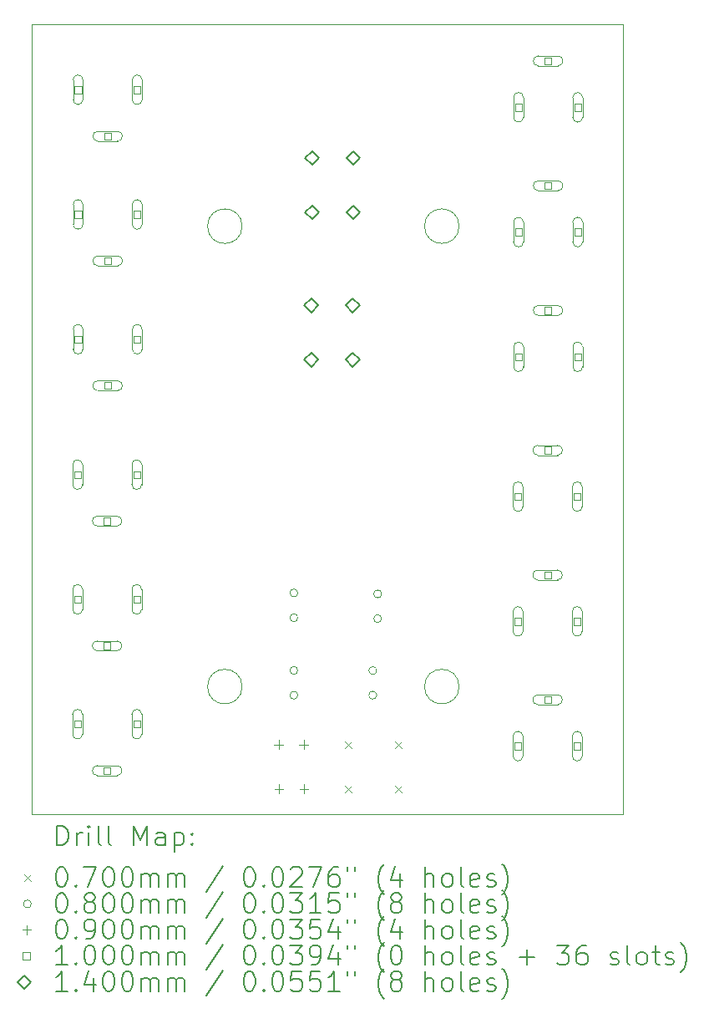
<source format=gbr>
%TF.GenerationSoftware,KiCad,Pcbnew,9.0.5*%
%TF.CreationDate,2026-01-23T06:55:30+10:00*%
%TF.ProjectId,OZ-HORNET-POWER-DIST,4f5a2d48-4f52-44e4-9554-2d504f574552,rev?*%
%TF.SameCoordinates,Original*%
%TF.FileFunction,Drillmap*%
%TF.FilePolarity,Positive*%
%FSLAX45Y45*%
G04 Gerber Fmt 4.5, Leading zero omitted, Abs format (unit mm)*
G04 Created by KiCad (PCBNEW 9.0.5) date 2026-01-23 06:55:30*
%MOMM*%
%LPD*%
G01*
G04 APERTURE LIST*
%ADD10C,0.050000*%
%ADD11C,0.200000*%
%ADD12C,0.100000*%
%ADD13C,0.140000*%
G04 APERTURE END LIST*
D10*
X10375000Y-5700000D02*
G75*
G02*
X10025000Y-5700000I-175000J0D01*
G01*
X10025000Y-5700000D02*
G75*
G02*
X10375000Y-5700000I175000J0D01*
G01*
X8175000Y-5700000D02*
G75*
G02*
X7825000Y-5700000I-175000J0D01*
G01*
X7825000Y-5700000D02*
G75*
G02*
X8175000Y-5700000I175000J0D01*
G01*
X8175000Y-10363200D02*
G75*
G02*
X7825000Y-10363200I-175000J0D01*
G01*
X7825000Y-10363200D02*
G75*
G02*
X8175000Y-10363200I175000J0D01*
G01*
X10375000Y-10363200D02*
G75*
G02*
X10025000Y-10363200I-175000J0D01*
G01*
X10025000Y-10363200D02*
G75*
G02*
X10375000Y-10363200I175000J0D01*
G01*
X6040400Y-3657600D02*
X12040400Y-3657600D01*
X12040400Y-11657600D01*
X6040400Y-11657600D01*
X6040400Y-3657600D01*
D11*
D12*
X9215000Y-10915000D02*
X9285000Y-10985000D01*
X9285000Y-10915000D02*
X9215000Y-10985000D01*
X9215000Y-11365000D02*
X9285000Y-11435000D01*
X9285000Y-11365000D02*
X9215000Y-11435000D01*
X9723000Y-10915000D02*
X9793000Y-10985000D01*
X9793000Y-10915000D02*
X9723000Y-10985000D01*
X9723000Y-11365000D02*
X9793000Y-11435000D01*
X9793000Y-11365000D02*
X9723000Y-11435000D01*
X8740000Y-9415000D02*
G75*
G02*
X8660000Y-9415000I-40000J0D01*
G01*
X8660000Y-9415000D02*
G75*
G02*
X8740000Y-9415000I40000J0D01*
G01*
X8740000Y-9665000D02*
G75*
G02*
X8660000Y-9665000I-40000J0D01*
G01*
X8660000Y-9665000D02*
G75*
G02*
X8740000Y-9665000I40000J0D01*
G01*
X8740000Y-10200000D02*
G75*
G02*
X8660000Y-10200000I-40000J0D01*
G01*
X8660000Y-10200000D02*
G75*
G02*
X8740000Y-10200000I40000J0D01*
G01*
X8740000Y-10450000D02*
G75*
G02*
X8660000Y-10450000I-40000J0D01*
G01*
X8660000Y-10450000D02*
G75*
G02*
X8740000Y-10450000I40000J0D01*
G01*
X9540000Y-10200000D02*
G75*
G02*
X9460000Y-10200000I-40000J0D01*
G01*
X9460000Y-10200000D02*
G75*
G02*
X9540000Y-10200000I40000J0D01*
G01*
X9540000Y-10450000D02*
G75*
G02*
X9460000Y-10450000I-40000J0D01*
G01*
X9460000Y-10450000D02*
G75*
G02*
X9540000Y-10450000I40000J0D01*
G01*
X9590000Y-9425000D02*
G75*
G02*
X9510000Y-9425000I-40000J0D01*
G01*
X9510000Y-9425000D02*
G75*
G02*
X9590000Y-9425000I40000J0D01*
G01*
X9590000Y-9675000D02*
G75*
G02*
X9510000Y-9675000I-40000J0D01*
G01*
X9510000Y-9675000D02*
G75*
G02*
X9590000Y-9675000I40000J0D01*
G01*
X8546000Y-10905000D02*
X8546000Y-10995000D01*
X8501000Y-10950000D02*
X8591000Y-10950000D01*
X8550000Y-11355000D02*
X8550000Y-11445000D01*
X8505000Y-11400000D02*
X8595000Y-11400000D01*
X8800000Y-10905000D02*
X8800000Y-10995000D01*
X8755000Y-10950000D02*
X8845000Y-10950000D01*
X8804000Y-11355000D02*
X8804000Y-11445000D01*
X8759000Y-11400000D02*
X8849000Y-11400000D01*
X6542556Y-8252156D02*
X6542556Y-8181444D01*
X6471844Y-8181444D01*
X6471844Y-8252156D01*
X6542556Y-8252156D01*
X6457200Y-8116800D02*
X6457200Y-8316800D01*
X6557200Y-8316800D02*
G75*
G02*
X6457200Y-8316800I-50000J0D01*
G01*
X6557200Y-8316800D02*
X6557200Y-8116800D01*
X6557200Y-8116800D02*
G75*
G03*
X6457200Y-8116800I-50000J0D01*
G01*
X6542556Y-9515656D02*
X6542556Y-9444944D01*
X6471844Y-9444944D01*
X6471844Y-9515656D01*
X6542556Y-9515656D01*
X6457200Y-9380300D02*
X6457200Y-9580300D01*
X6557200Y-9580300D02*
G75*
G02*
X6457200Y-9580300I-50000J0D01*
G01*
X6557200Y-9580300D02*
X6557200Y-9380300D01*
X6557200Y-9380300D02*
G75*
G03*
X6457200Y-9380300I-50000J0D01*
G01*
X6542556Y-10779156D02*
X6542556Y-10708444D01*
X6471844Y-10708444D01*
X6471844Y-10779156D01*
X6542556Y-10779156D01*
X6457200Y-10643800D02*
X6457200Y-10843800D01*
X6557200Y-10843800D02*
G75*
G02*
X6457200Y-10843800I-50000J0D01*
G01*
X6557200Y-10843800D02*
X6557200Y-10643800D01*
X6557200Y-10643800D02*
G75*
G03*
X6457200Y-10643800I-50000J0D01*
G01*
X6547356Y-4353356D02*
X6547356Y-4282644D01*
X6476644Y-4282644D01*
X6476644Y-4353356D01*
X6547356Y-4353356D01*
X6462000Y-4218000D02*
X6462000Y-4418000D01*
X6562000Y-4418000D02*
G75*
G02*
X6462000Y-4418000I-50000J0D01*
G01*
X6562000Y-4418000D02*
X6562000Y-4218000D01*
X6562000Y-4218000D02*
G75*
G03*
X6462000Y-4218000I-50000J0D01*
G01*
X6547356Y-5616856D02*
X6547356Y-5546144D01*
X6476644Y-5546144D01*
X6476644Y-5616856D01*
X6547356Y-5616856D01*
X6462000Y-5481500D02*
X6462000Y-5681500D01*
X6562000Y-5681500D02*
G75*
G02*
X6462000Y-5681500I-50000J0D01*
G01*
X6562000Y-5681500D02*
X6562000Y-5481500D01*
X6562000Y-5481500D02*
G75*
G03*
X6462000Y-5481500I-50000J0D01*
G01*
X6547356Y-6880356D02*
X6547356Y-6809644D01*
X6476644Y-6809644D01*
X6476644Y-6880356D01*
X6547356Y-6880356D01*
X6462000Y-6745000D02*
X6462000Y-6945000D01*
X6562000Y-6945000D02*
G75*
G02*
X6462000Y-6945000I-50000J0D01*
G01*
X6562000Y-6945000D02*
X6562000Y-6745000D01*
X6562000Y-6745000D02*
G75*
G03*
X6462000Y-6745000I-50000J0D01*
G01*
X6842556Y-8722156D02*
X6842556Y-8651444D01*
X6771844Y-8651444D01*
X6771844Y-8722156D01*
X6842556Y-8722156D01*
X6707200Y-8736800D02*
X6907200Y-8736800D01*
X6907200Y-8636800D02*
G75*
G02*
X6907200Y-8736800I0J-50000D01*
G01*
X6907200Y-8636800D02*
X6707200Y-8636800D01*
X6707200Y-8636800D02*
G75*
G03*
X6707200Y-8736800I0J-50000D01*
G01*
X6842556Y-9985656D02*
X6842556Y-9914944D01*
X6771844Y-9914944D01*
X6771844Y-9985656D01*
X6842556Y-9985656D01*
X6707200Y-10000300D02*
X6907200Y-10000300D01*
X6907200Y-9900300D02*
G75*
G02*
X6907200Y-10000300I0J-50000D01*
G01*
X6907200Y-9900300D02*
X6707200Y-9900300D01*
X6707200Y-9900300D02*
G75*
G03*
X6707200Y-10000300I0J-50000D01*
G01*
X6842556Y-11249156D02*
X6842556Y-11178444D01*
X6771844Y-11178444D01*
X6771844Y-11249156D01*
X6842556Y-11249156D01*
X6707200Y-11263800D02*
X6907200Y-11263800D01*
X6907200Y-11163800D02*
G75*
G02*
X6907200Y-11263800I0J-50000D01*
G01*
X6907200Y-11163800D02*
X6707200Y-11163800D01*
X6707200Y-11163800D02*
G75*
G03*
X6707200Y-11263800I0J-50000D01*
G01*
X6847356Y-4823356D02*
X6847356Y-4752644D01*
X6776644Y-4752644D01*
X6776644Y-4823356D01*
X6847356Y-4823356D01*
X6712000Y-4838000D02*
X6912000Y-4838000D01*
X6912000Y-4738000D02*
G75*
G02*
X6912000Y-4838000I0J-50000D01*
G01*
X6912000Y-4738000D02*
X6712000Y-4738000D01*
X6712000Y-4738000D02*
G75*
G03*
X6712000Y-4838000I0J-50000D01*
G01*
X6847356Y-6086856D02*
X6847356Y-6016144D01*
X6776644Y-6016144D01*
X6776644Y-6086856D01*
X6847356Y-6086856D01*
X6712000Y-6101500D02*
X6912000Y-6101500D01*
X6912000Y-6001500D02*
G75*
G02*
X6912000Y-6101500I0J-50000D01*
G01*
X6912000Y-6001500D02*
X6712000Y-6001500D01*
X6712000Y-6001500D02*
G75*
G03*
X6712000Y-6101500I0J-50000D01*
G01*
X6847356Y-7350356D02*
X6847356Y-7279644D01*
X6776644Y-7279644D01*
X6776644Y-7350356D01*
X6847356Y-7350356D01*
X6712000Y-7365000D02*
X6912000Y-7365000D01*
X6912000Y-7265000D02*
G75*
G02*
X6912000Y-7365000I0J-50000D01*
G01*
X6912000Y-7265000D02*
X6712000Y-7265000D01*
X6712000Y-7265000D02*
G75*
G03*
X6712000Y-7365000I0J-50000D01*
G01*
X7142556Y-8252156D02*
X7142556Y-8181444D01*
X7071844Y-8181444D01*
X7071844Y-8252156D01*
X7142556Y-8252156D01*
X7057200Y-8116800D02*
X7057200Y-8316800D01*
X7157200Y-8316800D02*
G75*
G02*
X7057200Y-8316800I-50000J0D01*
G01*
X7157200Y-8316800D02*
X7157200Y-8116800D01*
X7157200Y-8116800D02*
G75*
G03*
X7057200Y-8116800I-50000J0D01*
G01*
X7142556Y-9515656D02*
X7142556Y-9444944D01*
X7071844Y-9444944D01*
X7071844Y-9515656D01*
X7142556Y-9515656D01*
X7057200Y-9380300D02*
X7057200Y-9580300D01*
X7157200Y-9580300D02*
G75*
G02*
X7057200Y-9580300I-50000J0D01*
G01*
X7157200Y-9580300D02*
X7157200Y-9380300D01*
X7157200Y-9380300D02*
G75*
G03*
X7057200Y-9380300I-50000J0D01*
G01*
X7142556Y-10779156D02*
X7142556Y-10708444D01*
X7071844Y-10708444D01*
X7071844Y-10779156D01*
X7142556Y-10779156D01*
X7057200Y-10643800D02*
X7057200Y-10843800D01*
X7157200Y-10843800D02*
G75*
G02*
X7057200Y-10843800I-50000J0D01*
G01*
X7157200Y-10843800D02*
X7157200Y-10643800D01*
X7157200Y-10643800D02*
G75*
G03*
X7057200Y-10643800I-50000J0D01*
G01*
X7147356Y-4353356D02*
X7147356Y-4282644D01*
X7076644Y-4282644D01*
X7076644Y-4353356D01*
X7147356Y-4353356D01*
X7062000Y-4218000D02*
X7062000Y-4418000D01*
X7162000Y-4418000D02*
G75*
G02*
X7062000Y-4418000I-50000J0D01*
G01*
X7162000Y-4418000D02*
X7162000Y-4218000D01*
X7162000Y-4218000D02*
G75*
G03*
X7062000Y-4218000I-50000J0D01*
G01*
X7147356Y-5616856D02*
X7147356Y-5546144D01*
X7076644Y-5546144D01*
X7076644Y-5616856D01*
X7147356Y-5616856D01*
X7062000Y-5481500D02*
X7062000Y-5681500D01*
X7162000Y-5681500D02*
G75*
G02*
X7062000Y-5681500I-50000J0D01*
G01*
X7162000Y-5681500D02*
X7162000Y-5481500D01*
X7162000Y-5481500D02*
G75*
G03*
X7062000Y-5481500I-50000J0D01*
G01*
X7147356Y-6880356D02*
X7147356Y-6809644D01*
X7076644Y-6809644D01*
X7076644Y-6880356D01*
X7147356Y-6880356D01*
X7062000Y-6745000D02*
X7062000Y-6945000D01*
X7162000Y-6945000D02*
G75*
G02*
X7062000Y-6945000I-50000J0D01*
G01*
X7162000Y-6945000D02*
X7162000Y-6745000D01*
X7162000Y-6745000D02*
G75*
G03*
X7062000Y-6745000I-50000J0D01*
G01*
X11008156Y-8474656D02*
X11008156Y-8403944D01*
X10937444Y-8403944D01*
X10937444Y-8474656D01*
X11008156Y-8474656D01*
X11022800Y-8539300D02*
X11022800Y-8339300D01*
X10922800Y-8339300D02*
G75*
G02*
X11022800Y-8339300I50000J0D01*
G01*
X10922800Y-8339300D02*
X10922800Y-8539300D01*
X10922800Y-8539300D02*
G75*
G03*
X11022800Y-8539300I50000J0D01*
G01*
X11008156Y-9738156D02*
X11008156Y-9667444D01*
X10937444Y-9667444D01*
X10937444Y-9738156D01*
X11008156Y-9738156D01*
X11022800Y-9802800D02*
X11022800Y-9602800D01*
X10922800Y-9602800D02*
G75*
G02*
X11022800Y-9602800I50000J0D01*
G01*
X10922800Y-9602800D02*
X10922800Y-9802800D01*
X10922800Y-9802800D02*
G75*
G03*
X11022800Y-9802800I50000J0D01*
G01*
X11008156Y-11001656D02*
X11008156Y-10930944D01*
X10937444Y-10930944D01*
X10937444Y-11001656D01*
X11008156Y-11001656D01*
X11022800Y-11066300D02*
X11022800Y-10866300D01*
X10922800Y-10866300D02*
G75*
G02*
X11022800Y-10866300I50000J0D01*
G01*
X10922800Y-10866300D02*
X10922800Y-11066300D01*
X10922800Y-11066300D02*
G75*
G03*
X11022800Y-11066300I50000J0D01*
G01*
X11012956Y-4531556D02*
X11012956Y-4460844D01*
X10942244Y-4460844D01*
X10942244Y-4531556D01*
X11012956Y-4531556D01*
X11027600Y-4596200D02*
X11027600Y-4396200D01*
X10927600Y-4396200D02*
G75*
G02*
X11027600Y-4396200I50000J0D01*
G01*
X10927600Y-4396200D02*
X10927600Y-4596200D01*
X10927600Y-4596200D02*
G75*
G03*
X11027600Y-4596200I50000J0D01*
G01*
X11012956Y-5795056D02*
X11012956Y-5724344D01*
X10942244Y-5724344D01*
X10942244Y-5795056D01*
X11012956Y-5795056D01*
X11027600Y-5859700D02*
X11027600Y-5659700D01*
X10927600Y-5659700D02*
G75*
G02*
X11027600Y-5659700I50000J0D01*
G01*
X10927600Y-5659700D02*
X10927600Y-5859700D01*
X10927600Y-5859700D02*
G75*
G03*
X11027600Y-5859700I50000J0D01*
G01*
X11012956Y-7058556D02*
X11012956Y-6987844D01*
X10942244Y-6987844D01*
X10942244Y-7058556D01*
X11012956Y-7058556D01*
X11027600Y-7123200D02*
X11027600Y-6923200D01*
X10927600Y-6923200D02*
G75*
G02*
X11027600Y-6923200I50000J0D01*
G01*
X10927600Y-6923200D02*
X10927600Y-7123200D01*
X10927600Y-7123200D02*
G75*
G03*
X11027600Y-7123200I50000J0D01*
G01*
X11308156Y-8004656D02*
X11308156Y-7933944D01*
X11237444Y-7933944D01*
X11237444Y-8004656D01*
X11308156Y-8004656D01*
X11372800Y-7919300D02*
X11172800Y-7919300D01*
X11172800Y-8019300D02*
G75*
G02*
X11172800Y-7919300I0J50000D01*
G01*
X11172800Y-8019300D02*
X11372800Y-8019300D01*
X11372800Y-8019300D02*
G75*
G03*
X11372800Y-7919300I0J50000D01*
G01*
X11308156Y-9268156D02*
X11308156Y-9197444D01*
X11237444Y-9197444D01*
X11237444Y-9268156D01*
X11308156Y-9268156D01*
X11372800Y-9182800D02*
X11172800Y-9182800D01*
X11172800Y-9282800D02*
G75*
G02*
X11172800Y-9182800I0J50000D01*
G01*
X11172800Y-9282800D02*
X11372800Y-9282800D01*
X11372800Y-9282800D02*
G75*
G03*
X11372800Y-9182800I0J50000D01*
G01*
X11308156Y-10531656D02*
X11308156Y-10460944D01*
X11237444Y-10460944D01*
X11237444Y-10531656D01*
X11308156Y-10531656D01*
X11372800Y-10446300D02*
X11172800Y-10446300D01*
X11172800Y-10546300D02*
G75*
G02*
X11172800Y-10446300I0J50000D01*
G01*
X11172800Y-10546300D02*
X11372800Y-10546300D01*
X11372800Y-10546300D02*
G75*
G03*
X11372800Y-10446300I0J50000D01*
G01*
X11312956Y-4061556D02*
X11312956Y-3990844D01*
X11242244Y-3990844D01*
X11242244Y-4061556D01*
X11312956Y-4061556D01*
X11377600Y-3976200D02*
X11177600Y-3976200D01*
X11177600Y-4076200D02*
G75*
G02*
X11177600Y-3976200I0J50000D01*
G01*
X11177600Y-4076200D02*
X11377600Y-4076200D01*
X11377600Y-4076200D02*
G75*
G03*
X11377600Y-3976200I0J50000D01*
G01*
X11312956Y-5325056D02*
X11312956Y-5254344D01*
X11242244Y-5254344D01*
X11242244Y-5325056D01*
X11312956Y-5325056D01*
X11377600Y-5239700D02*
X11177600Y-5239700D01*
X11177600Y-5339700D02*
G75*
G02*
X11177600Y-5239700I0J50000D01*
G01*
X11177600Y-5339700D02*
X11377600Y-5339700D01*
X11377600Y-5339700D02*
G75*
G03*
X11377600Y-5239700I0J50000D01*
G01*
X11312956Y-6588556D02*
X11312956Y-6517844D01*
X11242244Y-6517844D01*
X11242244Y-6588556D01*
X11312956Y-6588556D01*
X11377600Y-6503200D02*
X11177600Y-6503200D01*
X11177600Y-6603200D02*
G75*
G02*
X11177600Y-6503200I0J50000D01*
G01*
X11177600Y-6603200D02*
X11377600Y-6603200D01*
X11377600Y-6603200D02*
G75*
G03*
X11377600Y-6503200I0J50000D01*
G01*
X11608156Y-8474656D02*
X11608156Y-8403944D01*
X11537444Y-8403944D01*
X11537444Y-8474656D01*
X11608156Y-8474656D01*
X11622800Y-8539300D02*
X11622800Y-8339300D01*
X11522800Y-8339300D02*
G75*
G02*
X11622800Y-8339300I50000J0D01*
G01*
X11522800Y-8339300D02*
X11522800Y-8539300D01*
X11522800Y-8539300D02*
G75*
G03*
X11622800Y-8539300I50000J0D01*
G01*
X11608156Y-9738156D02*
X11608156Y-9667444D01*
X11537444Y-9667444D01*
X11537444Y-9738156D01*
X11608156Y-9738156D01*
X11622800Y-9802800D02*
X11622800Y-9602800D01*
X11522800Y-9602800D02*
G75*
G02*
X11622800Y-9602800I50000J0D01*
G01*
X11522800Y-9602800D02*
X11522800Y-9802800D01*
X11522800Y-9802800D02*
G75*
G03*
X11622800Y-9802800I50000J0D01*
G01*
X11608156Y-11001656D02*
X11608156Y-10930944D01*
X11537444Y-10930944D01*
X11537444Y-11001656D01*
X11608156Y-11001656D01*
X11622800Y-11066300D02*
X11622800Y-10866300D01*
X11522800Y-10866300D02*
G75*
G02*
X11622800Y-10866300I50000J0D01*
G01*
X11522800Y-10866300D02*
X11522800Y-11066300D01*
X11522800Y-11066300D02*
G75*
G03*
X11622800Y-11066300I50000J0D01*
G01*
X11612956Y-4531556D02*
X11612956Y-4460844D01*
X11542244Y-4460844D01*
X11542244Y-4531556D01*
X11612956Y-4531556D01*
X11627600Y-4596200D02*
X11627600Y-4396200D01*
X11527600Y-4396200D02*
G75*
G02*
X11627600Y-4396200I50000J0D01*
G01*
X11527600Y-4396200D02*
X11527600Y-4596200D01*
X11527600Y-4596200D02*
G75*
G03*
X11627600Y-4596200I50000J0D01*
G01*
X11612956Y-5795056D02*
X11612956Y-5724344D01*
X11542244Y-5724344D01*
X11542244Y-5795056D01*
X11612956Y-5795056D01*
X11627600Y-5859700D02*
X11627600Y-5659700D01*
X11527600Y-5659700D02*
G75*
G02*
X11627600Y-5659700I50000J0D01*
G01*
X11527600Y-5659700D02*
X11527600Y-5859700D01*
X11527600Y-5859700D02*
G75*
G03*
X11627600Y-5859700I50000J0D01*
G01*
X11612956Y-7058556D02*
X11612956Y-6987844D01*
X11542244Y-6987844D01*
X11542244Y-7058556D01*
X11612956Y-7058556D01*
X11627600Y-7123200D02*
X11627600Y-6923200D01*
X11527600Y-6923200D02*
G75*
G02*
X11627600Y-6923200I50000J0D01*
G01*
X11527600Y-6923200D02*
X11527600Y-7123200D01*
X11527600Y-7123200D02*
G75*
G03*
X11627600Y-7123200I50000J0D01*
G01*
D13*
X8876400Y-6572400D02*
X8946400Y-6502400D01*
X8876400Y-6432400D01*
X8806400Y-6502400D01*
X8876400Y-6572400D01*
X8876400Y-7122400D02*
X8946400Y-7052400D01*
X8876400Y-6982400D01*
X8806400Y-7052400D01*
X8876400Y-7122400D01*
X8883200Y-5079000D02*
X8953200Y-5009000D01*
X8883200Y-4939000D01*
X8813200Y-5009000D01*
X8883200Y-5079000D01*
X8883200Y-5629000D02*
X8953200Y-5559000D01*
X8883200Y-5489000D01*
X8813200Y-5559000D01*
X8883200Y-5629000D01*
X9296400Y-6572400D02*
X9366400Y-6502400D01*
X9296400Y-6432400D01*
X9226400Y-6502400D01*
X9296400Y-6572400D01*
X9296400Y-7122400D02*
X9366400Y-7052400D01*
X9296400Y-6982400D01*
X9226400Y-7052400D01*
X9296400Y-7122400D01*
X9303200Y-5079000D02*
X9373200Y-5009000D01*
X9303200Y-4939000D01*
X9233200Y-5009000D01*
X9303200Y-5079000D01*
X9303200Y-5629000D02*
X9373200Y-5559000D01*
X9303200Y-5489000D01*
X9233200Y-5559000D01*
X9303200Y-5629000D01*
D11*
X6298677Y-11971584D02*
X6298677Y-11771584D01*
X6298677Y-11771584D02*
X6346296Y-11771584D01*
X6346296Y-11771584D02*
X6374867Y-11781108D01*
X6374867Y-11781108D02*
X6393915Y-11800155D01*
X6393915Y-11800155D02*
X6403439Y-11819203D01*
X6403439Y-11819203D02*
X6412962Y-11857298D01*
X6412962Y-11857298D02*
X6412962Y-11885869D01*
X6412962Y-11885869D02*
X6403439Y-11923965D01*
X6403439Y-11923965D02*
X6393915Y-11943012D01*
X6393915Y-11943012D02*
X6374867Y-11962060D01*
X6374867Y-11962060D02*
X6346296Y-11971584D01*
X6346296Y-11971584D02*
X6298677Y-11971584D01*
X6498677Y-11971584D02*
X6498677Y-11838250D01*
X6498677Y-11876346D02*
X6508201Y-11857298D01*
X6508201Y-11857298D02*
X6517724Y-11847774D01*
X6517724Y-11847774D02*
X6536772Y-11838250D01*
X6536772Y-11838250D02*
X6555820Y-11838250D01*
X6622486Y-11971584D02*
X6622486Y-11838250D01*
X6622486Y-11771584D02*
X6612962Y-11781108D01*
X6612962Y-11781108D02*
X6622486Y-11790631D01*
X6622486Y-11790631D02*
X6632010Y-11781108D01*
X6632010Y-11781108D02*
X6622486Y-11771584D01*
X6622486Y-11771584D02*
X6622486Y-11790631D01*
X6746296Y-11971584D02*
X6727248Y-11962060D01*
X6727248Y-11962060D02*
X6717724Y-11943012D01*
X6717724Y-11943012D02*
X6717724Y-11771584D01*
X6851058Y-11971584D02*
X6832010Y-11962060D01*
X6832010Y-11962060D02*
X6822486Y-11943012D01*
X6822486Y-11943012D02*
X6822486Y-11771584D01*
X7079629Y-11971584D02*
X7079629Y-11771584D01*
X7079629Y-11771584D02*
X7146296Y-11914441D01*
X7146296Y-11914441D02*
X7212962Y-11771584D01*
X7212962Y-11771584D02*
X7212962Y-11971584D01*
X7393915Y-11971584D02*
X7393915Y-11866822D01*
X7393915Y-11866822D02*
X7384391Y-11847774D01*
X7384391Y-11847774D02*
X7365343Y-11838250D01*
X7365343Y-11838250D02*
X7327248Y-11838250D01*
X7327248Y-11838250D02*
X7308201Y-11847774D01*
X7393915Y-11962060D02*
X7374867Y-11971584D01*
X7374867Y-11971584D02*
X7327248Y-11971584D01*
X7327248Y-11971584D02*
X7308201Y-11962060D01*
X7308201Y-11962060D02*
X7298677Y-11943012D01*
X7298677Y-11943012D02*
X7298677Y-11923965D01*
X7298677Y-11923965D02*
X7308201Y-11904917D01*
X7308201Y-11904917D02*
X7327248Y-11895393D01*
X7327248Y-11895393D02*
X7374867Y-11895393D01*
X7374867Y-11895393D02*
X7393915Y-11885869D01*
X7489153Y-11838250D02*
X7489153Y-12038250D01*
X7489153Y-11847774D02*
X7508201Y-11838250D01*
X7508201Y-11838250D02*
X7546296Y-11838250D01*
X7546296Y-11838250D02*
X7565343Y-11847774D01*
X7565343Y-11847774D02*
X7574867Y-11857298D01*
X7574867Y-11857298D02*
X7584391Y-11876346D01*
X7584391Y-11876346D02*
X7584391Y-11933488D01*
X7584391Y-11933488D02*
X7574867Y-11952536D01*
X7574867Y-11952536D02*
X7565343Y-11962060D01*
X7565343Y-11962060D02*
X7546296Y-11971584D01*
X7546296Y-11971584D02*
X7508201Y-11971584D01*
X7508201Y-11971584D02*
X7489153Y-11962060D01*
X7670105Y-11952536D02*
X7679629Y-11962060D01*
X7679629Y-11962060D02*
X7670105Y-11971584D01*
X7670105Y-11971584D02*
X7660582Y-11962060D01*
X7660582Y-11962060D02*
X7670105Y-11952536D01*
X7670105Y-11952536D02*
X7670105Y-11971584D01*
X7670105Y-11847774D02*
X7679629Y-11857298D01*
X7679629Y-11857298D02*
X7670105Y-11866822D01*
X7670105Y-11866822D02*
X7660582Y-11857298D01*
X7660582Y-11857298D02*
X7670105Y-11847774D01*
X7670105Y-11847774D02*
X7670105Y-11866822D01*
D12*
X5967900Y-12265100D02*
X6037900Y-12335100D01*
X6037900Y-12265100D02*
X5967900Y-12335100D01*
D11*
X6336772Y-12191584D02*
X6355820Y-12191584D01*
X6355820Y-12191584D02*
X6374867Y-12201108D01*
X6374867Y-12201108D02*
X6384391Y-12210631D01*
X6384391Y-12210631D02*
X6393915Y-12229679D01*
X6393915Y-12229679D02*
X6403439Y-12267774D01*
X6403439Y-12267774D02*
X6403439Y-12315393D01*
X6403439Y-12315393D02*
X6393915Y-12353488D01*
X6393915Y-12353488D02*
X6384391Y-12372536D01*
X6384391Y-12372536D02*
X6374867Y-12382060D01*
X6374867Y-12382060D02*
X6355820Y-12391584D01*
X6355820Y-12391584D02*
X6336772Y-12391584D01*
X6336772Y-12391584D02*
X6317724Y-12382060D01*
X6317724Y-12382060D02*
X6308201Y-12372536D01*
X6308201Y-12372536D02*
X6298677Y-12353488D01*
X6298677Y-12353488D02*
X6289153Y-12315393D01*
X6289153Y-12315393D02*
X6289153Y-12267774D01*
X6289153Y-12267774D02*
X6298677Y-12229679D01*
X6298677Y-12229679D02*
X6308201Y-12210631D01*
X6308201Y-12210631D02*
X6317724Y-12201108D01*
X6317724Y-12201108D02*
X6336772Y-12191584D01*
X6489153Y-12372536D02*
X6498677Y-12382060D01*
X6498677Y-12382060D02*
X6489153Y-12391584D01*
X6489153Y-12391584D02*
X6479629Y-12382060D01*
X6479629Y-12382060D02*
X6489153Y-12372536D01*
X6489153Y-12372536D02*
X6489153Y-12391584D01*
X6565343Y-12191584D02*
X6698677Y-12191584D01*
X6698677Y-12191584D02*
X6612962Y-12391584D01*
X6812962Y-12191584D02*
X6832010Y-12191584D01*
X6832010Y-12191584D02*
X6851058Y-12201108D01*
X6851058Y-12201108D02*
X6860582Y-12210631D01*
X6860582Y-12210631D02*
X6870105Y-12229679D01*
X6870105Y-12229679D02*
X6879629Y-12267774D01*
X6879629Y-12267774D02*
X6879629Y-12315393D01*
X6879629Y-12315393D02*
X6870105Y-12353488D01*
X6870105Y-12353488D02*
X6860582Y-12372536D01*
X6860582Y-12372536D02*
X6851058Y-12382060D01*
X6851058Y-12382060D02*
X6832010Y-12391584D01*
X6832010Y-12391584D02*
X6812962Y-12391584D01*
X6812962Y-12391584D02*
X6793915Y-12382060D01*
X6793915Y-12382060D02*
X6784391Y-12372536D01*
X6784391Y-12372536D02*
X6774867Y-12353488D01*
X6774867Y-12353488D02*
X6765343Y-12315393D01*
X6765343Y-12315393D02*
X6765343Y-12267774D01*
X6765343Y-12267774D02*
X6774867Y-12229679D01*
X6774867Y-12229679D02*
X6784391Y-12210631D01*
X6784391Y-12210631D02*
X6793915Y-12201108D01*
X6793915Y-12201108D02*
X6812962Y-12191584D01*
X7003439Y-12191584D02*
X7022486Y-12191584D01*
X7022486Y-12191584D02*
X7041534Y-12201108D01*
X7041534Y-12201108D02*
X7051058Y-12210631D01*
X7051058Y-12210631D02*
X7060582Y-12229679D01*
X7060582Y-12229679D02*
X7070105Y-12267774D01*
X7070105Y-12267774D02*
X7070105Y-12315393D01*
X7070105Y-12315393D02*
X7060582Y-12353488D01*
X7060582Y-12353488D02*
X7051058Y-12372536D01*
X7051058Y-12372536D02*
X7041534Y-12382060D01*
X7041534Y-12382060D02*
X7022486Y-12391584D01*
X7022486Y-12391584D02*
X7003439Y-12391584D01*
X7003439Y-12391584D02*
X6984391Y-12382060D01*
X6984391Y-12382060D02*
X6974867Y-12372536D01*
X6974867Y-12372536D02*
X6965343Y-12353488D01*
X6965343Y-12353488D02*
X6955820Y-12315393D01*
X6955820Y-12315393D02*
X6955820Y-12267774D01*
X6955820Y-12267774D02*
X6965343Y-12229679D01*
X6965343Y-12229679D02*
X6974867Y-12210631D01*
X6974867Y-12210631D02*
X6984391Y-12201108D01*
X6984391Y-12201108D02*
X7003439Y-12191584D01*
X7155820Y-12391584D02*
X7155820Y-12258250D01*
X7155820Y-12277298D02*
X7165343Y-12267774D01*
X7165343Y-12267774D02*
X7184391Y-12258250D01*
X7184391Y-12258250D02*
X7212963Y-12258250D01*
X7212963Y-12258250D02*
X7232010Y-12267774D01*
X7232010Y-12267774D02*
X7241534Y-12286822D01*
X7241534Y-12286822D02*
X7241534Y-12391584D01*
X7241534Y-12286822D02*
X7251058Y-12267774D01*
X7251058Y-12267774D02*
X7270105Y-12258250D01*
X7270105Y-12258250D02*
X7298677Y-12258250D01*
X7298677Y-12258250D02*
X7317724Y-12267774D01*
X7317724Y-12267774D02*
X7327248Y-12286822D01*
X7327248Y-12286822D02*
X7327248Y-12391584D01*
X7422486Y-12391584D02*
X7422486Y-12258250D01*
X7422486Y-12277298D02*
X7432010Y-12267774D01*
X7432010Y-12267774D02*
X7451058Y-12258250D01*
X7451058Y-12258250D02*
X7479629Y-12258250D01*
X7479629Y-12258250D02*
X7498677Y-12267774D01*
X7498677Y-12267774D02*
X7508201Y-12286822D01*
X7508201Y-12286822D02*
X7508201Y-12391584D01*
X7508201Y-12286822D02*
X7517724Y-12267774D01*
X7517724Y-12267774D02*
X7536772Y-12258250D01*
X7536772Y-12258250D02*
X7565343Y-12258250D01*
X7565343Y-12258250D02*
X7584391Y-12267774D01*
X7584391Y-12267774D02*
X7593915Y-12286822D01*
X7593915Y-12286822D02*
X7593915Y-12391584D01*
X7984391Y-12182060D02*
X7812963Y-12439203D01*
X8241534Y-12191584D02*
X8260582Y-12191584D01*
X8260582Y-12191584D02*
X8279629Y-12201108D01*
X8279629Y-12201108D02*
X8289153Y-12210631D01*
X8289153Y-12210631D02*
X8298677Y-12229679D01*
X8298677Y-12229679D02*
X8308201Y-12267774D01*
X8308201Y-12267774D02*
X8308201Y-12315393D01*
X8308201Y-12315393D02*
X8298677Y-12353488D01*
X8298677Y-12353488D02*
X8289153Y-12372536D01*
X8289153Y-12372536D02*
X8279629Y-12382060D01*
X8279629Y-12382060D02*
X8260582Y-12391584D01*
X8260582Y-12391584D02*
X8241534Y-12391584D01*
X8241534Y-12391584D02*
X8222486Y-12382060D01*
X8222486Y-12382060D02*
X8212963Y-12372536D01*
X8212963Y-12372536D02*
X8203439Y-12353488D01*
X8203439Y-12353488D02*
X8193915Y-12315393D01*
X8193915Y-12315393D02*
X8193915Y-12267774D01*
X8193915Y-12267774D02*
X8203439Y-12229679D01*
X8203439Y-12229679D02*
X8212963Y-12210631D01*
X8212963Y-12210631D02*
X8222486Y-12201108D01*
X8222486Y-12201108D02*
X8241534Y-12191584D01*
X8393915Y-12372536D02*
X8403439Y-12382060D01*
X8403439Y-12382060D02*
X8393915Y-12391584D01*
X8393915Y-12391584D02*
X8384391Y-12382060D01*
X8384391Y-12382060D02*
X8393915Y-12372536D01*
X8393915Y-12372536D02*
X8393915Y-12391584D01*
X8527248Y-12191584D02*
X8546296Y-12191584D01*
X8546296Y-12191584D02*
X8565344Y-12201108D01*
X8565344Y-12201108D02*
X8574868Y-12210631D01*
X8574868Y-12210631D02*
X8584391Y-12229679D01*
X8584391Y-12229679D02*
X8593915Y-12267774D01*
X8593915Y-12267774D02*
X8593915Y-12315393D01*
X8593915Y-12315393D02*
X8584391Y-12353488D01*
X8584391Y-12353488D02*
X8574868Y-12372536D01*
X8574868Y-12372536D02*
X8565344Y-12382060D01*
X8565344Y-12382060D02*
X8546296Y-12391584D01*
X8546296Y-12391584D02*
X8527248Y-12391584D01*
X8527248Y-12391584D02*
X8508201Y-12382060D01*
X8508201Y-12382060D02*
X8498677Y-12372536D01*
X8498677Y-12372536D02*
X8489153Y-12353488D01*
X8489153Y-12353488D02*
X8479629Y-12315393D01*
X8479629Y-12315393D02*
X8479629Y-12267774D01*
X8479629Y-12267774D02*
X8489153Y-12229679D01*
X8489153Y-12229679D02*
X8498677Y-12210631D01*
X8498677Y-12210631D02*
X8508201Y-12201108D01*
X8508201Y-12201108D02*
X8527248Y-12191584D01*
X8670106Y-12210631D02*
X8679629Y-12201108D01*
X8679629Y-12201108D02*
X8698677Y-12191584D01*
X8698677Y-12191584D02*
X8746296Y-12191584D01*
X8746296Y-12191584D02*
X8765344Y-12201108D01*
X8765344Y-12201108D02*
X8774868Y-12210631D01*
X8774868Y-12210631D02*
X8784391Y-12229679D01*
X8784391Y-12229679D02*
X8784391Y-12248727D01*
X8784391Y-12248727D02*
X8774868Y-12277298D01*
X8774868Y-12277298D02*
X8660582Y-12391584D01*
X8660582Y-12391584D02*
X8784391Y-12391584D01*
X8851058Y-12191584D02*
X8984391Y-12191584D01*
X8984391Y-12191584D02*
X8898677Y-12391584D01*
X9146296Y-12191584D02*
X9108201Y-12191584D01*
X9108201Y-12191584D02*
X9089153Y-12201108D01*
X9089153Y-12201108D02*
X9079629Y-12210631D01*
X9079629Y-12210631D02*
X9060582Y-12239203D01*
X9060582Y-12239203D02*
X9051058Y-12277298D01*
X9051058Y-12277298D02*
X9051058Y-12353488D01*
X9051058Y-12353488D02*
X9060582Y-12372536D01*
X9060582Y-12372536D02*
X9070106Y-12382060D01*
X9070106Y-12382060D02*
X9089153Y-12391584D01*
X9089153Y-12391584D02*
X9127249Y-12391584D01*
X9127249Y-12391584D02*
X9146296Y-12382060D01*
X9146296Y-12382060D02*
X9155820Y-12372536D01*
X9155820Y-12372536D02*
X9165344Y-12353488D01*
X9165344Y-12353488D02*
X9165344Y-12305869D01*
X9165344Y-12305869D02*
X9155820Y-12286822D01*
X9155820Y-12286822D02*
X9146296Y-12277298D01*
X9146296Y-12277298D02*
X9127249Y-12267774D01*
X9127249Y-12267774D02*
X9089153Y-12267774D01*
X9089153Y-12267774D02*
X9070106Y-12277298D01*
X9070106Y-12277298D02*
X9060582Y-12286822D01*
X9060582Y-12286822D02*
X9051058Y-12305869D01*
X9241534Y-12191584D02*
X9241534Y-12229679D01*
X9317725Y-12191584D02*
X9317725Y-12229679D01*
X9612963Y-12467774D02*
X9603439Y-12458250D01*
X9603439Y-12458250D02*
X9584391Y-12429679D01*
X9584391Y-12429679D02*
X9574868Y-12410631D01*
X9574868Y-12410631D02*
X9565344Y-12382060D01*
X9565344Y-12382060D02*
X9555820Y-12334441D01*
X9555820Y-12334441D02*
X9555820Y-12296346D01*
X9555820Y-12296346D02*
X9565344Y-12248727D01*
X9565344Y-12248727D02*
X9574868Y-12220155D01*
X9574868Y-12220155D02*
X9584391Y-12201108D01*
X9584391Y-12201108D02*
X9603439Y-12172536D01*
X9603439Y-12172536D02*
X9612963Y-12163012D01*
X9774868Y-12258250D02*
X9774868Y-12391584D01*
X9727249Y-12182060D02*
X9679630Y-12324917D01*
X9679630Y-12324917D02*
X9803439Y-12324917D01*
X10032011Y-12391584D02*
X10032011Y-12191584D01*
X10117725Y-12391584D02*
X10117725Y-12286822D01*
X10117725Y-12286822D02*
X10108201Y-12267774D01*
X10108201Y-12267774D02*
X10089153Y-12258250D01*
X10089153Y-12258250D02*
X10060582Y-12258250D01*
X10060582Y-12258250D02*
X10041534Y-12267774D01*
X10041534Y-12267774D02*
X10032011Y-12277298D01*
X10241534Y-12391584D02*
X10222487Y-12382060D01*
X10222487Y-12382060D02*
X10212963Y-12372536D01*
X10212963Y-12372536D02*
X10203439Y-12353488D01*
X10203439Y-12353488D02*
X10203439Y-12296346D01*
X10203439Y-12296346D02*
X10212963Y-12277298D01*
X10212963Y-12277298D02*
X10222487Y-12267774D01*
X10222487Y-12267774D02*
X10241534Y-12258250D01*
X10241534Y-12258250D02*
X10270106Y-12258250D01*
X10270106Y-12258250D02*
X10289153Y-12267774D01*
X10289153Y-12267774D02*
X10298677Y-12277298D01*
X10298677Y-12277298D02*
X10308201Y-12296346D01*
X10308201Y-12296346D02*
X10308201Y-12353488D01*
X10308201Y-12353488D02*
X10298677Y-12372536D01*
X10298677Y-12372536D02*
X10289153Y-12382060D01*
X10289153Y-12382060D02*
X10270106Y-12391584D01*
X10270106Y-12391584D02*
X10241534Y-12391584D01*
X10422487Y-12391584D02*
X10403439Y-12382060D01*
X10403439Y-12382060D02*
X10393915Y-12363012D01*
X10393915Y-12363012D02*
X10393915Y-12191584D01*
X10574868Y-12382060D02*
X10555820Y-12391584D01*
X10555820Y-12391584D02*
X10517725Y-12391584D01*
X10517725Y-12391584D02*
X10498677Y-12382060D01*
X10498677Y-12382060D02*
X10489153Y-12363012D01*
X10489153Y-12363012D02*
X10489153Y-12286822D01*
X10489153Y-12286822D02*
X10498677Y-12267774D01*
X10498677Y-12267774D02*
X10517725Y-12258250D01*
X10517725Y-12258250D02*
X10555820Y-12258250D01*
X10555820Y-12258250D02*
X10574868Y-12267774D01*
X10574868Y-12267774D02*
X10584392Y-12286822D01*
X10584392Y-12286822D02*
X10584392Y-12305869D01*
X10584392Y-12305869D02*
X10489153Y-12324917D01*
X10660582Y-12382060D02*
X10679630Y-12391584D01*
X10679630Y-12391584D02*
X10717725Y-12391584D01*
X10717725Y-12391584D02*
X10736773Y-12382060D01*
X10736773Y-12382060D02*
X10746296Y-12363012D01*
X10746296Y-12363012D02*
X10746296Y-12353488D01*
X10746296Y-12353488D02*
X10736773Y-12334441D01*
X10736773Y-12334441D02*
X10717725Y-12324917D01*
X10717725Y-12324917D02*
X10689153Y-12324917D01*
X10689153Y-12324917D02*
X10670106Y-12315393D01*
X10670106Y-12315393D02*
X10660582Y-12296346D01*
X10660582Y-12296346D02*
X10660582Y-12286822D01*
X10660582Y-12286822D02*
X10670106Y-12267774D01*
X10670106Y-12267774D02*
X10689153Y-12258250D01*
X10689153Y-12258250D02*
X10717725Y-12258250D01*
X10717725Y-12258250D02*
X10736773Y-12267774D01*
X10812963Y-12467774D02*
X10822487Y-12458250D01*
X10822487Y-12458250D02*
X10841534Y-12429679D01*
X10841534Y-12429679D02*
X10851058Y-12410631D01*
X10851058Y-12410631D02*
X10860582Y-12382060D01*
X10860582Y-12382060D02*
X10870106Y-12334441D01*
X10870106Y-12334441D02*
X10870106Y-12296346D01*
X10870106Y-12296346D02*
X10860582Y-12248727D01*
X10860582Y-12248727D02*
X10851058Y-12220155D01*
X10851058Y-12220155D02*
X10841534Y-12201108D01*
X10841534Y-12201108D02*
X10822487Y-12172536D01*
X10822487Y-12172536D02*
X10812963Y-12163012D01*
D12*
X6037900Y-12564100D02*
G75*
G02*
X5957900Y-12564100I-40000J0D01*
G01*
X5957900Y-12564100D02*
G75*
G02*
X6037900Y-12564100I40000J0D01*
G01*
D11*
X6336772Y-12455584D02*
X6355820Y-12455584D01*
X6355820Y-12455584D02*
X6374867Y-12465108D01*
X6374867Y-12465108D02*
X6384391Y-12474631D01*
X6384391Y-12474631D02*
X6393915Y-12493679D01*
X6393915Y-12493679D02*
X6403439Y-12531774D01*
X6403439Y-12531774D02*
X6403439Y-12579393D01*
X6403439Y-12579393D02*
X6393915Y-12617488D01*
X6393915Y-12617488D02*
X6384391Y-12636536D01*
X6384391Y-12636536D02*
X6374867Y-12646060D01*
X6374867Y-12646060D02*
X6355820Y-12655584D01*
X6355820Y-12655584D02*
X6336772Y-12655584D01*
X6336772Y-12655584D02*
X6317724Y-12646060D01*
X6317724Y-12646060D02*
X6308201Y-12636536D01*
X6308201Y-12636536D02*
X6298677Y-12617488D01*
X6298677Y-12617488D02*
X6289153Y-12579393D01*
X6289153Y-12579393D02*
X6289153Y-12531774D01*
X6289153Y-12531774D02*
X6298677Y-12493679D01*
X6298677Y-12493679D02*
X6308201Y-12474631D01*
X6308201Y-12474631D02*
X6317724Y-12465108D01*
X6317724Y-12465108D02*
X6336772Y-12455584D01*
X6489153Y-12636536D02*
X6498677Y-12646060D01*
X6498677Y-12646060D02*
X6489153Y-12655584D01*
X6489153Y-12655584D02*
X6479629Y-12646060D01*
X6479629Y-12646060D02*
X6489153Y-12636536D01*
X6489153Y-12636536D02*
X6489153Y-12655584D01*
X6612962Y-12541298D02*
X6593915Y-12531774D01*
X6593915Y-12531774D02*
X6584391Y-12522250D01*
X6584391Y-12522250D02*
X6574867Y-12503203D01*
X6574867Y-12503203D02*
X6574867Y-12493679D01*
X6574867Y-12493679D02*
X6584391Y-12474631D01*
X6584391Y-12474631D02*
X6593915Y-12465108D01*
X6593915Y-12465108D02*
X6612962Y-12455584D01*
X6612962Y-12455584D02*
X6651058Y-12455584D01*
X6651058Y-12455584D02*
X6670105Y-12465108D01*
X6670105Y-12465108D02*
X6679629Y-12474631D01*
X6679629Y-12474631D02*
X6689153Y-12493679D01*
X6689153Y-12493679D02*
X6689153Y-12503203D01*
X6689153Y-12503203D02*
X6679629Y-12522250D01*
X6679629Y-12522250D02*
X6670105Y-12531774D01*
X6670105Y-12531774D02*
X6651058Y-12541298D01*
X6651058Y-12541298D02*
X6612962Y-12541298D01*
X6612962Y-12541298D02*
X6593915Y-12550822D01*
X6593915Y-12550822D02*
X6584391Y-12560346D01*
X6584391Y-12560346D02*
X6574867Y-12579393D01*
X6574867Y-12579393D02*
X6574867Y-12617488D01*
X6574867Y-12617488D02*
X6584391Y-12636536D01*
X6584391Y-12636536D02*
X6593915Y-12646060D01*
X6593915Y-12646060D02*
X6612962Y-12655584D01*
X6612962Y-12655584D02*
X6651058Y-12655584D01*
X6651058Y-12655584D02*
X6670105Y-12646060D01*
X6670105Y-12646060D02*
X6679629Y-12636536D01*
X6679629Y-12636536D02*
X6689153Y-12617488D01*
X6689153Y-12617488D02*
X6689153Y-12579393D01*
X6689153Y-12579393D02*
X6679629Y-12560346D01*
X6679629Y-12560346D02*
X6670105Y-12550822D01*
X6670105Y-12550822D02*
X6651058Y-12541298D01*
X6812962Y-12455584D02*
X6832010Y-12455584D01*
X6832010Y-12455584D02*
X6851058Y-12465108D01*
X6851058Y-12465108D02*
X6860582Y-12474631D01*
X6860582Y-12474631D02*
X6870105Y-12493679D01*
X6870105Y-12493679D02*
X6879629Y-12531774D01*
X6879629Y-12531774D02*
X6879629Y-12579393D01*
X6879629Y-12579393D02*
X6870105Y-12617488D01*
X6870105Y-12617488D02*
X6860582Y-12636536D01*
X6860582Y-12636536D02*
X6851058Y-12646060D01*
X6851058Y-12646060D02*
X6832010Y-12655584D01*
X6832010Y-12655584D02*
X6812962Y-12655584D01*
X6812962Y-12655584D02*
X6793915Y-12646060D01*
X6793915Y-12646060D02*
X6784391Y-12636536D01*
X6784391Y-12636536D02*
X6774867Y-12617488D01*
X6774867Y-12617488D02*
X6765343Y-12579393D01*
X6765343Y-12579393D02*
X6765343Y-12531774D01*
X6765343Y-12531774D02*
X6774867Y-12493679D01*
X6774867Y-12493679D02*
X6784391Y-12474631D01*
X6784391Y-12474631D02*
X6793915Y-12465108D01*
X6793915Y-12465108D02*
X6812962Y-12455584D01*
X7003439Y-12455584D02*
X7022486Y-12455584D01*
X7022486Y-12455584D02*
X7041534Y-12465108D01*
X7041534Y-12465108D02*
X7051058Y-12474631D01*
X7051058Y-12474631D02*
X7060582Y-12493679D01*
X7060582Y-12493679D02*
X7070105Y-12531774D01*
X7070105Y-12531774D02*
X7070105Y-12579393D01*
X7070105Y-12579393D02*
X7060582Y-12617488D01*
X7060582Y-12617488D02*
X7051058Y-12636536D01*
X7051058Y-12636536D02*
X7041534Y-12646060D01*
X7041534Y-12646060D02*
X7022486Y-12655584D01*
X7022486Y-12655584D02*
X7003439Y-12655584D01*
X7003439Y-12655584D02*
X6984391Y-12646060D01*
X6984391Y-12646060D02*
X6974867Y-12636536D01*
X6974867Y-12636536D02*
X6965343Y-12617488D01*
X6965343Y-12617488D02*
X6955820Y-12579393D01*
X6955820Y-12579393D02*
X6955820Y-12531774D01*
X6955820Y-12531774D02*
X6965343Y-12493679D01*
X6965343Y-12493679D02*
X6974867Y-12474631D01*
X6974867Y-12474631D02*
X6984391Y-12465108D01*
X6984391Y-12465108D02*
X7003439Y-12455584D01*
X7155820Y-12655584D02*
X7155820Y-12522250D01*
X7155820Y-12541298D02*
X7165343Y-12531774D01*
X7165343Y-12531774D02*
X7184391Y-12522250D01*
X7184391Y-12522250D02*
X7212963Y-12522250D01*
X7212963Y-12522250D02*
X7232010Y-12531774D01*
X7232010Y-12531774D02*
X7241534Y-12550822D01*
X7241534Y-12550822D02*
X7241534Y-12655584D01*
X7241534Y-12550822D02*
X7251058Y-12531774D01*
X7251058Y-12531774D02*
X7270105Y-12522250D01*
X7270105Y-12522250D02*
X7298677Y-12522250D01*
X7298677Y-12522250D02*
X7317724Y-12531774D01*
X7317724Y-12531774D02*
X7327248Y-12550822D01*
X7327248Y-12550822D02*
X7327248Y-12655584D01*
X7422486Y-12655584D02*
X7422486Y-12522250D01*
X7422486Y-12541298D02*
X7432010Y-12531774D01*
X7432010Y-12531774D02*
X7451058Y-12522250D01*
X7451058Y-12522250D02*
X7479629Y-12522250D01*
X7479629Y-12522250D02*
X7498677Y-12531774D01*
X7498677Y-12531774D02*
X7508201Y-12550822D01*
X7508201Y-12550822D02*
X7508201Y-12655584D01*
X7508201Y-12550822D02*
X7517724Y-12531774D01*
X7517724Y-12531774D02*
X7536772Y-12522250D01*
X7536772Y-12522250D02*
X7565343Y-12522250D01*
X7565343Y-12522250D02*
X7584391Y-12531774D01*
X7584391Y-12531774D02*
X7593915Y-12550822D01*
X7593915Y-12550822D02*
X7593915Y-12655584D01*
X7984391Y-12446060D02*
X7812963Y-12703203D01*
X8241534Y-12455584D02*
X8260582Y-12455584D01*
X8260582Y-12455584D02*
X8279629Y-12465108D01*
X8279629Y-12465108D02*
X8289153Y-12474631D01*
X8289153Y-12474631D02*
X8298677Y-12493679D01*
X8298677Y-12493679D02*
X8308201Y-12531774D01*
X8308201Y-12531774D02*
X8308201Y-12579393D01*
X8308201Y-12579393D02*
X8298677Y-12617488D01*
X8298677Y-12617488D02*
X8289153Y-12636536D01*
X8289153Y-12636536D02*
X8279629Y-12646060D01*
X8279629Y-12646060D02*
X8260582Y-12655584D01*
X8260582Y-12655584D02*
X8241534Y-12655584D01*
X8241534Y-12655584D02*
X8222486Y-12646060D01*
X8222486Y-12646060D02*
X8212963Y-12636536D01*
X8212963Y-12636536D02*
X8203439Y-12617488D01*
X8203439Y-12617488D02*
X8193915Y-12579393D01*
X8193915Y-12579393D02*
X8193915Y-12531774D01*
X8193915Y-12531774D02*
X8203439Y-12493679D01*
X8203439Y-12493679D02*
X8212963Y-12474631D01*
X8212963Y-12474631D02*
X8222486Y-12465108D01*
X8222486Y-12465108D02*
X8241534Y-12455584D01*
X8393915Y-12636536D02*
X8403439Y-12646060D01*
X8403439Y-12646060D02*
X8393915Y-12655584D01*
X8393915Y-12655584D02*
X8384391Y-12646060D01*
X8384391Y-12646060D02*
X8393915Y-12636536D01*
X8393915Y-12636536D02*
X8393915Y-12655584D01*
X8527248Y-12455584D02*
X8546296Y-12455584D01*
X8546296Y-12455584D02*
X8565344Y-12465108D01*
X8565344Y-12465108D02*
X8574868Y-12474631D01*
X8574868Y-12474631D02*
X8584391Y-12493679D01*
X8584391Y-12493679D02*
X8593915Y-12531774D01*
X8593915Y-12531774D02*
X8593915Y-12579393D01*
X8593915Y-12579393D02*
X8584391Y-12617488D01*
X8584391Y-12617488D02*
X8574868Y-12636536D01*
X8574868Y-12636536D02*
X8565344Y-12646060D01*
X8565344Y-12646060D02*
X8546296Y-12655584D01*
X8546296Y-12655584D02*
X8527248Y-12655584D01*
X8527248Y-12655584D02*
X8508201Y-12646060D01*
X8508201Y-12646060D02*
X8498677Y-12636536D01*
X8498677Y-12636536D02*
X8489153Y-12617488D01*
X8489153Y-12617488D02*
X8479629Y-12579393D01*
X8479629Y-12579393D02*
X8479629Y-12531774D01*
X8479629Y-12531774D02*
X8489153Y-12493679D01*
X8489153Y-12493679D02*
X8498677Y-12474631D01*
X8498677Y-12474631D02*
X8508201Y-12465108D01*
X8508201Y-12465108D02*
X8527248Y-12455584D01*
X8660582Y-12455584D02*
X8784391Y-12455584D01*
X8784391Y-12455584D02*
X8717725Y-12531774D01*
X8717725Y-12531774D02*
X8746296Y-12531774D01*
X8746296Y-12531774D02*
X8765344Y-12541298D01*
X8765344Y-12541298D02*
X8774868Y-12550822D01*
X8774868Y-12550822D02*
X8784391Y-12569869D01*
X8784391Y-12569869D02*
X8784391Y-12617488D01*
X8784391Y-12617488D02*
X8774868Y-12636536D01*
X8774868Y-12636536D02*
X8765344Y-12646060D01*
X8765344Y-12646060D02*
X8746296Y-12655584D01*
X8746296Y-12655584D02*
X8689153Y-12655584D01*
X8689153Y-12655584D02*
X8670106Y-12646060D01*
X8670106Y-12646060D02*
X8660582Y-12636536D01*
X8974868Y-12655584D02*
X8860582Y-12655584D01*
X8917725Y-12655584D02*
X8917725Y-12455584D01*
X8917725Y-12455584D02*
X8898677Y-12484155D01*
X8898677Y-12484155D02*
X8879629Y-12503203D01*
X8879629Y-12503203D02*
X8860582Y-12512727D01*
X9155820Y-12455584D02*
X9060582Y-12455584D01*
X9060582Y-12455584D02*
X9051058Y-12550822D01*
X9051058Y-12550822D02*
X9060582Y-12541298D01*
X9060582Y-12541298D02*
X9079629Y-12531774D01*
X9079629Y-12531774D02*
X9127249Y-12531774D01*
X9127249Y-12531774D02*
X9146296Y-12541298D01*
X9146296Y-12541298D02*
X9155820Y-12550822D01*
X9155820Y-12550822D02*
X9165344Y-12569869D01*
X9165344Y-12569869D02*
X9165344Y-12617488D01*
X9165344Y-12617488D02*
X9155820Y-12636536D01*
X9155820Y-12636536D02*
X9146296Y-12646060D01*
X9146296Y-12646060D02*
X9127249Y-12655584D01*
X9127249Y-12655584D02*
X9079629Y-12655584D01*
X9079629Y-12655584D02*
X9060582Y-12646060D01*
X9060582Y-12646060D02*
X9051058Y-12636536D01*
X9241534Y-12455584D02*
X9241534Y-12493679D01*
X9317725Y-12455584D02*
X9317725Y-12493679D01*
X9612963Y-12731774D02*
X9603439Y-12722250D01*
X9603439Y-12722250D02*
X9584391Y-12693679D01*
X9584391Y-12693679D02*
X9574868Y-12674631D01*
X9574868Y-12674631D02*
X9565344Y-12646060D01*
X9565344Y-12646060D02*
X9555820Y-12598441D01*
X9555820Y-12598441D02*
X9555820Y-12560346D01*
X9555820Y-12560346D02*
X9565344Y-12512727D01*
X9565344Y-12512727D02*
X9574868Y-12484155D01*
X9574868Y-12484155D02*
X9584391Y-12465108D01*
X9584391Y-12465108D02*
X9603439Y-12436536D01*
X9603439Y-12436536D02*
X9612963Y-12427012D01*
X9717725Y-12541298D02*
X9698677Y-12531774D01*
X9698677Y-12531774D02*
X9689153Y-12522250D01*
X9689153Y-12522250D02*
X9679630Y-12503203D01*
X9679630Y-12503203D02*
X9679630Y-12493679D01*
X9679630Y-12493679D02*
X9689153Y-12474631D01*
X9689153Y-12474631D02*
X9698677Y-12465108D01*
X9698677Y-12465108D02*
X9717725Y-12455584D01*
X9717725Y-12455584D02*
X9755820Y-12455584D01*
X9755820Y-12455584D02*
X9774868Y-12465108D01*
X9774868Y-12465108D02*
X9784391Y-12474631D01*
X9784391Y-12474631D02*
X9793915Y-12493679D01*
X9793915Y-12493679D02*
X9793915Y-12503203D01*
X9793915Y-12503203D02*
X9784391Y-12522250D01*
X9784391Y-12522250D02*
X9774868Y-12531774D01*
X9774868Y-12531774D02*
X9755820Y-12541298D01*
X9755820Y-12541298D02*
X9717725Y-12541298D01*
X9717725Y-12541298D02*
X9698677Y-12550822D01*
X9698677Y-12550822D02*
X9689153Y-12560346D01*
X9689153Y-12560346D02*
X9679630Y-12579393D01*
X9679630Y-12579393D02*
X9679630Y-12617488D01*
X9679630Y-12617488D02*
X9689153Y-12636536D01*
X9689153Y-12636536D02*
X9698677Y-12646060D01*
X9698677Y-12646060D02*
X9717725Y-12655584D01*
X9717725Y-12655584D02*
X9755820Y-12655584D01*
X9755820Y-12655584D02*
X9774868Y-12646060D01*
X9774868Y-12646060D02*
X9784391Y-12636536D01*
X9784391Y-12636536D02*
X9793915Y-12617488D01*
X9793915Y-12617488D02*
X9793915Y-12579393D01*
X9793915Y-12579393D02*
X9784391Y-12560346D01*
X9784391Y-12560346D02*
X9774868Y-12550822D01*
X9774868Y-12550822D02*
X9755820Y-12541298D01*
X10032011Y-12655584D02*
X10032011Y-12455584D01*
X10117725Y-12655584D02*
X10117725Y-12550822D01*
X10117725Y-12550822D02*
X10108201Y-12531774D01*
X10108201Y-12531774D02*
X10089153Y-12522250D01*
X10089153Y-12522250D02*
X10060582Y-12522250D01*
X10060582Y-12522250D02*
X10041534Y-12531774D01*
X10041534Y-12531774D02*
X10032011Y-12541298D01*
X10241534Y-12655584D02*
X10222487Y-12646060D01*
X10222487Y-12646060D02*
X10212963Y-12636536D01*
X10212963Y-12636536D02*
X10203439Y-12617488D01*
X10203439Y-12617488D02*
X10203439Y-12560346D01*
X10203439Y-12560346D02*
X10212963Y-12541298D01*
X10212963Y-12541298D02*
X10222487Y-12531774D01*
X10222487Y-12531774D02*
X10241534Y-12522250D01*
X10241534Y-12522250D02*
X10270106Y-12522250D01*
X10270106Y-12522250D02*
X10289153Y-12531774D01*
X10289153Y-12531774D02*
X10298677Y-12541298D01*
X10298677Y-12541298D02*
X10308201Y-12560346D01*
X10308201Y-12560346D02*
X10308201Y-12617488D01*
X10308201Y-12617488D02*
X10298677Y-12636536D01*
X10298677Y-12636536D02*
X10289153Y-12646060D01*
X10289153Y-12646060D02*
X10270106Y-12655584D01*
X10270106Y-12655584D02*
X10241534Y-12655584D01*
X10422487Y-12655584D02*
X10403439Y-12646060D01*
X10403439Y-12646060D02*
X10393915Y-12627012D01*
X10393915Y-12627012D02*
X10393915Y-12455584D01*
X10574868Y-12646060D02*
X10555820Y-12655584D01*
X10555820Y-12655584D02*
X10517725Y-12655584D01*
X10517725Y-12655584D02*
X10498677Y-12646060D01*
X10498677Y-12646060D02*
X10489153Y-12627012D01*
X10489153Y-12627012D02*
X10489153Y-12550822D01*
X10489153Y-12550822D02*
X10498677Y-12531774D01*
X10498677Y-12531774D02*
X10517725Y-12522250D01*
X10517725Y-12522250D02*
X10555820Y-12522250D01*
X10555820Y-12522250D02*
X10574868Y-12531774D01*
X10574868Y-12531774D02*
X10584392Y-12550822D01*
X10584392Y-12550822D02*
X10584392Y-12569869D01*
X10584392Y-12569869D02*
X10489153Y-12588917D01*
X10660582Y-12646060D02*
X10679630Y-12655584D01*
X10679630Y-12655584D02*
X10717725Y-12655584D01*
X10717725Y-12655584D02*
X10736773Y-12646060D01*
X10736773Y-12646060D02*
X10746296Y-12627012D01*
X10746296Y-12627012D02*
X10746296Y-12617488D01*
X10746296Y-12617488D02*
X10736773Y-12598441D01*
X10736773Y-12598441D02*
X10717725Y-12588917D01*
X10717725Y-12588917D02*
X10689153Y-12588917D01*
X10689153Y-12588917D02*
X10670106Y-12579393D01*
X10670106Y-12579393D02*
X10660582Y-12560346D01*
X10660582Y-12560346D02*
X10660582Y-12550822D01*
X10660582Y-12550822D02*
X10670106Y-12531774D01*
X10670106Y-12531774D02*
X10689153Y-12522250D01*
X10689153Y-12522250D02*
X10717725Y-12522250D01*
X10717725Y-12522250D02*
X10736773Y-12531774D01*
X10812963Y-12731774D02*
X10822487Y-12722250D01*
X10822487Y-12722250D02*
X10841534Y-12693679D01*
X10841534Y-12693679D02*
X10851058Y-12674631D01*
X10851058Y-12674631D02*
X10860582Y-12646060D01*
X10860582Y-12646060D02*
X10870106Y-12598441D01*
X10870106Y-12598441D02*
X10870106Y-12560346D01*
X10870106Y-12560346D02*
X10860582Y-12512727D01*
X10860582Y-12512727D02*
X10851058Y-12484155D01*
X10851058Y-12484155D02*
X10841534Y-12465108D01*
X10841534Y-12465108D02*
X10822487Y-12436536D01*
X10822487Y-12436536D02*
X10812963Y-12427012D01*
D12*
X5992900Y-12783100D02*
X5992900Y-12873100D01*
X5947900Y-12828100D02*
X6037900Y-12828100D01*
D11*
X6336772Y-12719584D02*
X6355820Y-12719584D01*
X6355820Y-12719584D02*
X6374867Y-12729108D01*
X6374867Y-12729108D02*
X6384391Y-12738631D01*
X6384391Y-12738631D02*
X6393915Y-12757679D01*
X6393915Y-12757679D02*
X6403439Y-12795774D01*
X6403439Y-12795774D02*
X6403439Y-12843393D01*
X6403439Y-12843393D02*
X6393915Y-12881488D01*
X6393915Y-12881488D02*
X6384391Y-12900536D01*
X6384391Y-12900536D02*
X6374867Y-12910060D01*
X6374867Y-12910060D02*
X6355820Y-12919584D01*
X6355820Y-12919584D02*
X6336772Y-12919584D01*
X6336772Y-12919584D02*
X6317724Y-12910060D01*
X6317724Y-12910060D02*
X6308201Y-12900536D01*
X6308201Y-12900536D02*
X6298677Y-12881488D01*
X6298677Y-12881488D02*
X6289153Y-12843393D01*
X6289153Y-12843393D02*
X6289153Y-12795774D01*
X6289153Y-12795774D02*
X6298677Y-12757679D01*
X6298677Y-12757679D02*
X6308201Y-12738631D01*
X6308201Y-12738631D02*
X6317724Y-12729108D01*
X6317724Y-12729108D02*
X6336772Y-12719584D01*
X6489153Y-12900536D02*
X6498677Y-12910060D01*
X6498677Y-12910060D02*
X6489153Y-12919584D01*
X6489153Y-12919584D02*
X6479629Y-12910060D01*
X6479629Y-12910060D02*
X6489153Y-12900536D01*
X6489153Y-12900536D02*
X6489153Y-12919584D01*
X6593915Y-12919584D02*
X6632010Y-12919584D01*
X6632010Y-12919584D02*
X6651058Y-12910060D01*
X6651058Y-12910060D02*
X6660582Y-12900536D01*
X6660582Y-12900536D02*
X6679629Y-12871965D01*
X6679629Y-12871965D02*
X6689153Y-12833869D01*
X6689153Y-12833869D02*
X6689153Y-12757679D01*
X6689153Y-12757679D02*
X6679629Y-12738631D01*
X6679629Y-12738631D02*
X6670105Y-12729108D01*
X6670105Y-12729108D02*
X6651058Y-12719584D01*
X6651058Y-12719584D02*
X6612962Y-12719584D01*
X6612962Y-12719584D02*
X6593915Y-12729108D01*
X6593915Y-12729108D02*
X6584391Y-12738631D01*
X6584391Y-12738631D02*
X6574867Y-12757679D01*
X6574867Y-12757679D02*
X6574867Y-12805298D01*
X6574867Y-12805298D02*
X6584391Y-12824346D01*
X6584391Y-12824346D02*
X6593915Y-12833869D01*
X6593915Y-12833869D02*
X6612962Y-12843393D01*
X6612962Y-12843393D02*
X6651058Y-12843393D01*
X6651058Y-12843393D02*
X6670105Y-12833869D01*
X6670105Y-12833869D02*
X6679629Y-12824346D01*
X6679629Y-12824346D02*
X6689153Y-12805298D01*
X6812962Y-12719584D02*
X6832010Y-12719584D01*
X6832010Y-12719584D02*
X6851058Y-12729108D01*
X6851058Y-12729108D02*
X6860582Y-12738631D01*
X6860582Y-12738631D02*
X6870105Y-12757679D01*
X6870105Y-12757679D02*
X6879629Y-12795774D01*
X6879629Y-12795774D02*
X6879629Y-12843393D01*
X6879629Y-12843393D02*
X6870105Y-12881488D01*
X6870105Y-12881488D02*
X6860582Y-12900536D01*
X6860582Y-12900536D02*
X6851058Y-12910060D01*
X6851058Y-12910060D02*
X6832010Y-12919584D01*
X6832010Y-12919584D02*
X6812962Y-12919584D01*
X6812962Y-12919584D02*
X6793915Y-12910060D01*
X6793915Y-12910060D02*
X6784391Y-12900536D01*
X6784391Y-12900536D02*
X6774867Y-12881488D01*
X6774867Y-12881488D02*
X6765343Y-12843393D01*
X6765343Y-12843393D02*
X6765343Y-12795774D01*
X6765343Y-12795774D02*
X6774867Y-12757679D01*
X6774867Y-12757679D02*
X6784391Y-12738631D01*
X6784391Y-12738631D02*
X6793915Y-12729108D01*
X6793915Y-12729108D02*
X6812962Y-12719584D01*
X7003439Y-12719584D02*
X7022486Y-12719584D01*
X7022486Y-12719584D02*
X7041534Y-12729108D01*
X7041534Y-12729108D02*
X7051058Y-12738631D01*
X7051058Y-12738631D02*
X7060582Y-12757679D01*
X7060582Y-12757679D02*
X7070105Y-12795774D01*
X7070105Y-12795774D02*
X7070105Y-12843393D01*
X7070105Y-12843393D02*
X7060582Y-12881488D01*
X7060582Y-12881488D02*
X7051058Y-12900536D01*
X7051058Y-12900536D02*
X7041534Y-12910060D01*
X7041534Y-12910060D02*
X7022486Y-12919584D01*
X7022486Y-12919584D02*
X7003439Y-12919584D01*
X7003439Y-12919584D02*
X6984391Y-12910060D01*
X6984391Y-12910060D02*
X6974867Y-12900536D01*
X6974867Y-12900536D02*
X6965343Y-12881488D01*
X6965343Y-12881488D02*
X6955820Y-12843393D01*
X6955820Y-12843393D02*
X6955820Y-12795774D01*
X6955820Y-12795774D02*
X6965343Y-12757679D01*
X6965343Y-12757679D02*
X6974867Y-12738631D01*
X6974867Y-12738631D02*
X6984391Y-12729108D01*
X6984391Y-12729108D02*
X7003439Y-12719584D01*
X7155820Y-12919584D02*
X7155820Y-12786250D01*
X7155820Y-12805298D02*
X7165343Y-12795774D01*
X7165343Y-12795774D02*
X7184391Y-12786250D01*
X7184391Y-12786250D02*
X7212963Y-12786250D01*
X7212963Y-12786250D02*
X7232010Y-12795774D01*
X7232010Y-12795774D02*
X7241534Y-12814822D01*
X7241534Y-12814822D02*
X7241534Y-12919584D01*
X7241534Y-12814822D02*
X7251058Y-12795774D01*
X7251058Y-12795774D02*
X7270105Y-12786250D01*
X7270105Y-12786250D02*
X7298677Y-12786250D01*
X7298677Y-12786250D02*
X7317724Y-12795774D01*
X7317724Y-12795774D02*
X7327248Y-12814822D01*
X7327248Y-12814822D02*
X7327248Y-12919584D01*
X7422486Y-12919584D02*
X7422486Y-12786250D01*
X7422486Y-12805298D02*
X7432010Y-12795774D01*
X7432010Y-12795774D02*
X7451058Y-12786250D01*
X7451058Y-12786250D02*
X7479629Y-12786250D01*
X7479629Y-12786250D02*
X7498677Y-12795774D01*
X7498677Y-12795774D02*
X7508201Y-12814822D01*
X7508201Y-12814822D02*
X7508201Y-12919584D01*
X7508201Y-12814822D02*
X7517724Y-12795774D01*
X7517724Y-12795774D02*
X7536772Y-12786250D01*
X7536772Y-12786250D02*
X7565343Y-12786250D01*
X7565343Y-12786250D02*
X7584391Y-12795774D01*
X7584391Y-12795774D02*
X7593915Y-12814822D01*
X7593915Y-12814822D02*
X7593915Y-12919584D01*
X7984391Y-12710060D02*
X7812963Y-12967203D01*
X8241534Y-12719584D02*
X8260582Y-12719584D01*
X8260582Y-12719584D02*
X8279629Y-12729108D01*
X8279629Y-12729108D02*
X8289153Y-12738631D01*
X8289153Y-12738631D02*
X8298677Y-12757679D01*
X8298677Y-12757679D02*
X8308201Y-12795774D01*
X8308201Y-12795774D02*
X8308201Y-12843393D01*
X8308201Y-12843393D02*
X8298677Y-12881488D01*
X8298677Y-12881488D02*
X8289153Y-12900536D01*
X8289153Y-12900536D02*
X8279629Y-12910060D01*
X8279629Y-12910060D02*
X8260582Y-12919584D01*
X8260582Y-12919584D02*
X8241534Y-12919584D01*
X8241534Y-12919584D02*
X8222486Y-12910060D01*
X8222486Y-12910060D02*
X8212963Y-12900536D01*
X8212963Y-12900536D02*
X8203439Y-12881488D01*
X8203439Y-12881488D02*
X8193915Y-12843393D01*
X8193915Y-12843393D02*
X8193915Y-12795774D01*
X8193915Y-12795774D02*
X8203439Y-12757679D01*
X8203439Y-12757679D02*
X8212963Y-12738631D01*
X8212963Y-12738631D02*
X8222486Y-12729108D01*
X8222486Y-12729108D02*
X8241534Y-12719584D01*
X8393915Y-12900536D02*
X8403439Y-12910060D01*
X8403439Y-12910060D02*
X8393915Y-12919584D01*
X8393915Y-12919584D02*
X8384391Y-12910060D01*
X8384391Y-12910060D02*
X8393915Y-12900536D01*
X8393915Y-12900536D02*
X8393915Y-12919584D01*
X8527248Y-12719584D02*
X8546296Y-12719584D01*
X8546296Y-12719584D02*
X8565344Y-12729108D01*
X8565344Y-12729108D02*
X8574868Y-12738631D01*
X8574868Y-12738631D02*
X8584391Y-12757679D01*
X8584391Y-12757679D02*
X8593915Y-12795774D01*
X8593915Y-12795774D02*
X8593915Y-12843393D01*
X8593915Y-12843393D02*
X8584391Y-12881488D01*
X8584391Y-12881488D02*
X8574868Y-12900536D01*
X8574868Y-12900536D02*
X8565344Y-12910060D01*
X8565344Y-12910060D02*
X8546296Y-12919584D01*
X8546296Y-12919584D02*
X8527248Y-12919584D01*
X8527248Y-12919584D02*
X8508201Y-12910060D01*
X8508201Y-12910060D02*
X8498677Y-12900536D01*
X8498677Y-12900536D02*
X8489153Y-12881488D01*
X8489153Y-12881488D02*
X8479629Y-12843393D01*
X8479629Y-12843393D02*
X8479629Y-12795774D01*
X8479629Y-12795774D02*
X8489153Y-12757679D01*
X8489153Y-12757679D02*
X8498677Y-12738631D01*
X8498677Y-12738631D02*
X8508201Y-12729108D01*
X8508201Y-12729108D02*
X8527248Y-12719584D01*
X8660582Y-12719584D02*
X8784391Y-12719584D01*
X8784391Y-12719584D02*
X8717725Y-12795774D01*
X8717725Y-12795774D02*
X8746296Y-12795774D01*
X8746296Y-12795774D02*
X8765344Y-12805298D01*
X8765344Y-12805298D02*
X8774868Y-12814822D01*
X8774868Y-12814822D02*
X8784391Y-12833869D01*
X8784391Y-12833869D02*
X8784391Y-12881488D01*
X8784391Y-12881488D02*
X8774868Y-12900536D01*
X8774868Y-12900536D02*
X8765344Y-12910060D01*
X8765344Y-12910060D02*
X8746296Y-12919584D01*
X8746296Y-12919584D02*
X8689153Y-12919584D01*
X8689153Y-12919584D02*
X8670106Y-12910060D01*
X8670106Y-12910060D02*
X8660582Y-12900536D01*
X8965344Y-12719584D02*
X8870106Y-12719584D01*
X8870106Y-12719584D02*
X8860582Y-12814822D01*
X8860582Y-12814822D02*
X8870106Y-12805298D01*
X8870106Y-12805298D02*
X8889153Y-12795774D01*
X8889153Y-12795774D02*
X8936772Y-12795774D01*
X8936772Y-12795774D02*
X8955820Y-12805298D01*
X8955820Y-12805298D02*
X8965344Y-12814822D01*
X8965344Y-12814822D02*
X8974868Y-12833869D01*
X8974868Y-12833869D02*
X8974868Y-12881488D01*
X8974868Y-12881488D02*
X8965344Y-12900536D01*
X8965344Y-12900536D02*
X8955820Y-12910060D01*
X8955820Y-12910060D02*
X8936772Y-12919584D01*
X8936772Y-12919584D02*
X8889153Y-12919584D01*
X8889153Y-12919584D02*
X8870106Y-12910060D01*
X8870106Y-12910060D02*
X8860582Y-12900536D01*
X9146296Y-12786250D02*
X9146296Y-12919584D01*
X9098677Y-12710060D02*
X9051058Y-12852917D01*
X9051058Y-12852917D02*
X9174868Y-12852917D01*
X9241534Y-12719584D02*
X9241534Y-12757679D01*
X9317725Y-12719584D02*
X9317725Y-12757679D01*
X9612963Y-12995774D02*
X9603439Y-12986250D01*
X9603439Y-12986250D02*
X9584391Y-12957679D01*
X9584391Y-12957679D02*
X9574868Y-12938631D01*
X9574868Y-12938631D02*
X9565344Y-12910060D01*
X9565344Y-12910060D02*
X9555820Y-12862441D01*
X9555820Y-12862441D02*
X9555820Y-12824346D01*
X9555820Y-12824346D02*
X9565344Y-12776727D01*
X9565344Y-12776727D02*
X9574868Y-12748155D01*
X9574868Y-12748155D02*
X9584391Y-12729108D01*
X9584391Y-12729108D02*
X9603439Y-12700536D01*
X9603439Y-12700536D02*
X9612963Y-12691012D01*
X9774868Y-12786250D02*
X9774868Y-12919584D01*
X9727249Y-12710060D02*
X9679630Y-12852917D01*
X9679630Y-12852917D02*
X9803439Y-12852917D01*
X10032011Y-12919584D02*
X10032011Y-12719584D01*
X10117725Y-12919584D02*
X10117725Y-12814822D01*
X10117725Y-12814822D02*
X10108201Y-12795774D01*
X10108201Y-12795774D02*
X10089153Y-12786250D01*
X10089153Y-12786250D02*
X10060582Y-12786250D01*
X10060582Y-12786250D02*
X10041534Y-12795774D01*
X10041534Y-12795774D02*
X10032011Y-12805298D01*
X10241534Y-12919584D02*
X10222487Y-12910060D01*
X10222487Y-12910060D02*
X10212963Y-12900536D01*
X10212963Y-12900536D02*
X10203439Y-12881488D01*
X10203439Y-12881488D02*
X10203439Y-12824346D01*
X10203439Y-12824346D02*
X10212963Y-12805298D01*
X10212963Y-12805298D02*
X10222487Y-12795774D01*
X10222487Y-12795774D02*
X10241534Y-12786250D01*
X10241534Y-12786250D02*
X10270106Y-12786250D01*
X10270106Y-12786250D02*
X10289153Y-12795774D01*
X10289153Y-12795774D02*
X10298677Y-12805298D01*
X10298677Y-12805298D02*
X10308201Y-12824346D01*
X10308201Y-12824346D02*
X10308201Y-12881488D01*
X10308201Y-12881488D02*
X10298677Y-12900536D01*
X10298677Y-12900536D02*
X10289153Y-12910060D01*
X10289153Y-12910060D02*
X10270106Y-12919584D01*
X10270106Y-12919584D02*
X10241534Y-12919584D01*
X10422487Y-12919584D02*
X10403439Y-12910060D01*
X10403439Y-12910060D02*
X10393915Y-12891012D01*
X10393915Y-12891012D02*
X10393915Y-12719584D01*
X10574868Y-12910060D02*
X10555820Y-12919584D01*
X10555820Y-12919584D02*
X10517725Y-12919584D01*
X10517725Y-12919584D02*
X10498677Y-12910060D01*
X10498677Y-12910060D02*
X10489153Y-12891012D01*
X10489153Y-12891012D02*
X10489153Y-12814822D01*
X10489153Y-12814822D02*
X10498677Y-12795774D01*
X10498677Y-12795774D02*
X10517725Y-12786250D01*
X10517725Y-12786250D02*
X10555820Y-12786250D01*
X10555820Y-12786250D02*
X10574868Y-12795774D01*
X10574868Y-12795774D02*
X10584392Y-12814822D01*
X10584392Y-12814822D02*
X10584392Y-12833869D01*
X10584392Y-12833869D02*
X10489153Y-12852917D01*
X10660582Y-12910060D02*
X10679630Y-12919584D01*
X10679630Y-12919584D02*
X10717725Y-12919584D01*
X10717725Y-12919584D02*
X10736773Y-12910060D01*
X10736773Y-12910060D02*
X10746296Y-12891012D01*
X10746296Y-12891012D02*
X10746296Y-12881488D01*
X10746296Y-12881488D02*
X10736773Y-12862441D01*
X10736773Y-12862441D02*
X10717725Y-12852917D01*
X10717725Y-12852917D02*
X10689153Y-12852917D01*
X10689153Y-12852917D02*
X10670106Y-12843393D01*
X10670106Y-12843393D02*
X10660582Y-12824346D01*
X10660582Y-12824346D02*
X10660582Y-12814822D01*
X10660582Y-12814822D02*
X10670106Y-12795774D01*
X10670106Y-12795774D02*
X10689153Y-12786250D01*
X10689153Y-12786250D02*
X10717725Y-12786250D01*
X10717725Y-12786250D02*
X10736773Y-12795774D01*
X10812963Y-12995774D02*
X10822487Y-12986250D01*
X10822487Y-12986250D02*
X10841534Y-12957679D01*
X10841534Y-12957679D02*
X10851058Y-12938631D01*
X10851058Y-12938631D02*
X10860582Y-12910060D01*
X10860582Y-12910060D02*
X10870106Y-12862441D01*
X10870106Y-12862441D02*
X10870106Y-12824346D01*
X10870106Y-12824346D02*
X10860582Y-12776727D01*
X10860582Y-12776727D02*
X10851058Y-12748155D01*
X10851058Y-12748155D02*
X10841534Y-12729108D01*
X10841534Y-12729108D02*
X10822487Y-12700536D01*
X10822487Y-12700536D02*
X10812963Y-12691012D01*
D12*
X6023256Y-13127456D02*
X6023256Y-13056744D01*
X5952544Y-13056744D01*
X5952544Y-13127456D01*
X6023256Y-13127456D01*
D11*
X6403439Y-13183584D02*
X6289153Y-13183584D01*
X6346296Y-13183584D02*
X6346296Y-12983584D01*
X6346296Y-12983584D02*
X6327248Y-13012155D01*
X6327248Y-13012155D02*
X6308201Y-13031203D01*
X6308201Y-13031203D02*
X6289153Y-13040727D01*
X6489153Y-13164536D02*
X6498677Y-13174060D01*
X6498677Y-13174060D02*
X6489153Y-13183584D01*
X6489153Y-13183584D02*
X6479629Y-13174060D01*
X6479629Y-13174060D02*
X6489153Y-13164536D01*
X6489153Y-13164536D02*
X6489153Y-13183584D01*
X6622486Y-12983584D02*
X6641534Y-12983584D01*
X6641534Y-12983584D02*
X6660582Y-12993108D01*
X6660582Y-12993108D02*
X6670105Y-13002631D01*
X6670105Y-13002631D02*
X6679629Y-13021679D01*
X6679629Y-13021679D02*
X6689153Y-13059774D01*
X6689153Y-13059774D02*
X6689153Y-13107393D01*
X6689153Y-13107393D02*
X6679629Y-13145488D01*
X6679629Y-13145488D02*
X6670105Y-13164536D01*
X6670105Y-13164536D02*
X6660582Y-13174060D01*
X6660582Y-13174060D02*
X6641534Y-13183584D01*
X6641534Y-13183584D02*
X6622486Y-13183584D01*
X6622486Y-13183584D02*
X6603439Y-13174060D01*
X6603439Y-13174060D02*
X6593915Y-13164536D01*
X6593915Y-13164536D02*
X6584391Y-13145488D01*
X6584391Y-13145488D02*
X6574867Y-13107393D01*
X6574867Y-13107393D02*
X6574867Y-13059774D01*
X6574867Y-13059774D02*
X6584391Y-13021679D01*
X6584391Y-13021679D02*
X6593915Y-13002631D01*
X6593915Y-13002631D02*
X6603439Y-12993108D01*
X6603439Y-12993108D02*
X6622486Y-12983584D01*
X6812962Y-12983584D02*
X6832010Y-12983584D01*
X6832010Y-12983584D02*
X6851058Y-12993108D01*
X6851058Y-12993108D02*
X6860582Y-13002631D01*
X6860582Y-13002631D02*
X6870105Y-13021679D01*
X6870105Y-13021679D02*
X6879629Y-13059774D01*
X6879629Y-13059774D02*
X6879629Y-13107393D01*
X6879629Y-13107393D02*
X6870105Y-13145488D01*
X6870105Y-13145488D02*
X6860582Y-13164536D01*
X6860582Y-13164536D02*
X6851058Y-13174060D01*
X6851058Y-13174060D02*
X6832010Y-13183584D01*
X6832010Y-13183584D02*
X6812962Y-13183584D01*
X6812962Y-13183584D02*
X6793915Y-13174060D01*
X6793915Y-13174060D02*
X6784391Y-13164536D01*
X6784391Y-13164536D02*
X6774867Y-13145488D01*
X6774867Y-13145488D02*
X6765343Y-13107393D01*
X6765343Y-13107393D02*
X6765343Y-13059774D01*
X6765343Y-13059774D02*
X6774867Y-13021679D01*
X6774867Y-13021679D02*
X6784391Y-13002631D01*
X6784391Y-13002631D02*
X6793915Y-12993108D01*
X6793915Y-12993108D02*
X6812962Y-12983584D01*
X7003439Y-12983584D02*
X7022486Y-12983584D01*
X7022486Y-12983584D02*
X7041534Y-12993108D01*
X7041534Y-12993108D02*
X7051058Y-13002631D01*
X7051058Y-13002631D02*
X7060582Y-13021679D01*
X7060582Y-13021679D02*
X7070105Y-13059774D01*
X7070105Y-13059774D02*
X7070105Y-13107393D01*
X7070105Y-13107393D02*
X7060582Y-13145488D01*
X7060582Y-13145488D02*
X7051058Y-13164536D01*
X7051058Y-13164536D02*
X7041534Y-13174060D01*
X7041534Y-13174060D02*
X7022486Y-13183584D01*
X7022486Y-13183584D02*
X7003439Y-13183584D01*
X7003439Y-13183584D02*
X6984391Y-13174060D01*
X6984391Y-13174060D02*
X6974867Y-13164536D01*
X6974867Y-13164536D02*
X6965343Y-13145488D01*
X6965343Y-13145488D02*
X6955820Y-13107393D01*
X6955820Y-13107393D02*
X6955820Y-13059774D01*
X6955820Y-13059774D02*
X6965343Y-13021679D01*
X6965343Y-13021679D02*
X6974867Y-13002631D01*
X6974867Y-13002631D02*
X6984391Y-12993108D01*
X6984391Y-12993108D02*
X7003439Y-12983584D01*
X7155820Y-13183584D02*
X7155820Y-13050250D01*
X7155820Y-13069298D02*
X7165343Y-13059774D01*
X7165343Y-13059774D02*
X7184391Y-13050250D01*
X7184391Y-13050250D02*
X7212963Y-13050250D01*
X7212963Y-13050250D02*
X7232010Y-13059774D01*
X7232010Y-13059774D02*
X7241534Y-13078822D01*
X7241534Y-13078822D02*
X7241534Y-13183584D01*
X7241534Y-13078822D02*
X7251058Y-13059774D01*
X7251058Y-13059774D02*
X7270105Y-13050250D01*
X7270105Y-13050250D02*
X7298677Y-13050250D01*
X7298677Y-13050250D02*
X7317724Y-13059774D01*
X7317724Y-13059774D02*
X7327248Y-13078822D01*
X7327248Y-13078822D02*
X7327248Y-13183584D01*
X7422486Y-13183584D02*
X7422486Y-13050250D01*
X7422486Y-13069298D02*
X7432010Y-13059774D01*
X7432010Y-13059774D02*
X7451058Y-13050250D01*
X7451058Y-13050250D02*
X7479629Y-13050250D01*
X7479629Y-13050250D02*
X7498677Y-13059774D01*
X7498677Y-13059774D02*
X7508201Y-13078822D01*
X7508201Y-13078822D02*
X7508201Y-13183584D01*
X7508201Y-13078822D02*
X7517724Y-13059774D01*
X7517724Y-13059774D02*
X7536772Y-13050250D01*
X7536772Y-13050250D02*
X7565343Y-13050250D01*
X7565343Y-13050250D02*
X7584391Y-13059774D01*
X7584391Y-13059774D02*
X7593915Y-13078822D01*
X7593915Y-13078822D02*
X7593915Y-13183584D01*
X7984391Y-12974060D02*
X7812963Y-13231203D01*
X8241534Y-12983584D02*
X8260582Y-12983584D01*
X8260582Y-12983584D02*
X8279629Y-12993108D01*
X8279629Y-12993108D02*
X8289153Y-13002631D01*
X8289153Y-13002631D02*
X8298677Y-13021679D01*
X8298677Y-13021679D02*
X8308201Y-13059774D01*
X8308201Y-13059774D02*
X8308201Y-13107393D01*
X8308201Y-13107393D02*
X8298677Y-13145488D01*
X8298677Y-13145488D02*
X8289153Y-13164536D01*
X8289153Y-13164536D02*
X8279629Y-13174060D01*
X8279629Y-13174060D02*
X8260582Y-13183584D01*
X8260582Y-13183584D02*
X8241534Y-13183584D01*
X8241534Y-13183584D02*
X8222486Y-13174060D01*
X8222486Y-13174060D02*
X8212963Y-13164536D01*
X8212963Y-13164536D02*
X8203439Y-13145488D01*
X8203439Y-13145488D02*
X8193915Y-13107393D01*
X8193915Y-13107393D02*
X8193915Y-13059774D01*
X8193915Y-13059774D02*
X8203439Y-13021679D01*
X8203439Y-13021679D02*
X8212963Y-13002631D01*
X8212963Y-13002631D02*
X8222486Y-12993108D01*
X8222486Y-12993108D02*
X8241534Y-12983584D01*
X8393915Y-13164536D02*
X8403439Y-13174060D01*
X8403439Y-13174060D02*
X8393915Y-13183584D01*
X8393915Y-13183584D02*
X8384391Y-13174060D01*
X8384391Y-13174060D02*
X8393915Y-13164536D01*
X8393915Y-13164536D02*
X8393915Y-13183584D01*
X8527248Y-12983584D02*
X8546296Y-12983584D01*
X8546296Y-12983584D02*
X8565344Y-12993108D01*
X8565344Y-12993108D02*
X8574868Y-13002631D01*
X8574868Y-13002631D02*
X8584391Y-13021679D01*
X8584391Y-13021679D02*
X8593915Y-13059774D01*
X8593915Y-13059774D02*
X8593915Y-13107393D01*
X8593915Y-13107393D02*
X8584391Y-13145488D01*
X8584391Y-13145488D02*
X8574868Y-13164536D01*
X8574868Y-13164536D02*
X8565344Y-13174060D01*
X8565344Y-13174060D02*
X8546296Y-13183584D01*
X8546296Y-13183584D02*
X8527248Y-13183584D01*
X8527248Y-13183584D02*
X8508201Y-13174060D01*
X8508201Y-13174060D02*
X8498677Y-13164536D01*
X8498677Y-13164536D02*
X8489153Y-13145488D01*
X8489153Y-13145488D02*
X8479629Y-13107393D01*
X8479629Y-13107393D02*
X8479629Y-13059774D01*
X8479629Y-13059774D02*
X8489153Y-13021679D01*
X8489153Y-13021679D02*
X8498677Y-13002631D01*
X8498677Y-13002631D02*
X8508201Y-12993108D01*
X8508201Y-12993108D02*
X8527248Y-12983584D01*
X8660582Y-12983584D02*
X8784391Y-12983584D01*
X8784391Y-12983584D02*
X8717725Y-13059774D01*
X8717725Y-13059774D02*
X8746296Y-13059774D01*
X8746296Y-13059774D02*
X8765344Y-13069298D01*
X8765344Y-13069298D02*
X8774868Y-13078822D01*
X8774868Y-13078822D02*
X8784391Y-13097869D01*
X8784391Y-13097869D02*
X8784391Y-13145488D01*
X8784391Y-13145488D02*
X8774868Y-13164536D01*
X8774868Y-13164536D02*
X8765344Y-13174060D01*
X8765344Y-13174060D02*
X8746296Y-13183584D01*
X8746296Y-13183584D02*
X8689153Y-13183584D01*
X8689153Y-13183584D02*
X8670106Y-13174060D01*
X8670106Y-13174060D02*
X8660582Y-13164536D01*
X8879629Y-13183584D02*
X8917725Y-13183584D01*
X8917725Y-13183584D02*
X8936772Y-13174060D01*
X8936772Y-13174060D02*
X8946296Y-13164536D01*
X8946296Y-13164536D02*
X8965344Y-13135965D01*
X8965344Y-13135965D02*
X8974868Y-13097869D01*
X8974868Y-13097869D02*
X8974868Y-13021679D01*
X8974868Y-13021679D02*
X8965344Y-13002631D01*
X8965344Y-13002631D02*
X8955820Y-12993108D01*
X8955820Y-12993108D02*
X8936772Y-12983584D01*
X8936772Y-12983584D02*
X8898677Y-12983584D01*
X8898677Y-12983584D02*
X8879629Y-12993108D01*
X8879629Y-12993108D02*
X8870106Y-13002631D01*
X8870106Y-13002631D02*
X8860582Y-13021679D01*
X8860582Y-13021679D02*
X8860582Y-13069298D01*
X8860582Y-13069298D02*
X8870106Y-13088346D01*
X8870106Y-13088346D02*
X8879629Y-13097869D01*
X8879629Y-13097869D02*
X8898677Y-13107393D01*
X8898677Y-13107393D02*
X8936772Y-13107393D01*
X8936772Y-13107393D02*
X8955820Y-13097869D01*
X8955820Y-13097869D02*
X8965344Y-13088346D01*
X8965344Y-13088346D02*
X8974868Y-13069298D01*
X9146296Y-13050250D02*
X9146296Y-13183584D01*
X9098677Y-12974060D02*
X9051058Y-13116917D01*
X9051058Y-13116917D02*
X9174868Y-13116917D01*
X9241534Y-12983584D02*
X9241534Y-13021679D01*
X9317725Y-12983584D02*
X9317725Y-13021679D01*
X9612963Y-13259774D02*
X9603439Y-13250250D01*
X9603439Y-13250250D02*
X9584391Y-13221679D01*
X9584391Y-13221679D02*
X9574868Y-13202631D01*
X9574868Y-13202631D02*
X9565344Y-13174060D01*
X9565344Y-13174060D02*
X9555820Y-13126441D01*
X9555820Y-13126441D02*
X9555820Y-13088346D01*
X9555820Y-13088346D02*
X9565344Y-13040727D01*
X9565344Y-13040727D02*
X9574868Y-13012155D01*
X9574868Y-13012155D02*
X9584391Y-12993108D01*
X9584391Y-12993108D02*
X9603439Y-12964536D01*
X9603439Y-12964536D02*
X9612963Y-12955012D01*
X9727249Y-12983584D02*
X9746296Y-12983584D01*
X9746296Y-12983584D02*
X9765344Y-12993108D01*
X9765344Y-12993108D02*
X9774868Y-13002631D01*
X9774868Y-13002631D02*
X9784391Y-13021679D01*
X9784391Y-13021679D02*
X9793915Y-13059774D01*
X9793915Y-13059774D02*
X9793915Y-13107393D01*
X9793915Y-13107393D02*
X9784391Y-13145488D01*
X9784391Y-13145488D02*
X9774868Y-13164536D01*
X9774868Y-13164536D02*
X9765344Y-13174060D01*
X9765344Y-13174060D02*
X9746296Y-13183584D01*
X9746296Y-13183584D02*
X9727249Y-13183584D01*
X9727249Y-13183584D02*
X9708201Y-13174060D01*
X9708201Y-13174060D02*
X9698677Y-13164536D01*
X9698677Y-13164536D02*
X9689153Y-13145488D01*
X9689153Y-13145488D02*
X9679630Y-13107393D01*
X9679630Y-13107393D02*
X9679630Y-13059774D01*
X9679630Y-13059774D02*
X9689153Y-13021679D01*
X9689153Y-13021679D02*
X9698677Y-13002631D01*
X9698677Y-13002631D02*
X9708201Y-12993108D01*
X9708201Y-12993108D02*
X9727249Y-12983584D01*
X10032011Y-13183584D02*
X10032011Y-12983584D01*
X10117725Y-13183584D02*
X10117725Y-13078822D01*
X10117725Y-13078822D02*
X10108201Y-13059774D01*
X10108201Y-13059774D02*
X10089153Y-13050250D01*
X10089153Y-13050250D02*
X10060582Y-13050250D01*
X10060582Y-13050250D02*
X10041534Y-13059774D01*
X10041534Y-13059774D02*
X10032011Y-13069298D01*
X10241534Y-13183584D02*
X10222487Y-13174060D01*
X10222487Y-13174060D02*
X10212963Y-13164536D01*
X10212963Y-13164536D02*
X10203439Y-13145488D01*
X10203439Y-13145488D02*
X10203439Y-13088346D01*
X10203439Y-13088346D02*
X10212963Y-13069298D01*
X10212963Y-13069298D02*
X10222487Y-13059774D01*
X10222487Y-13059774D02*
X10241534Y-13050250D01*
X10241534Y-13050250D02*
X10270106Y-13050250D01*
X10270106Y-13050250D02*
X10289153Y-13059774D01*
X10289153Y-13059774D02*
X10298677Y-13069298D01*
X10298677Y-13069298D02*
X10308201Y-13088346D01*
X10308201Y-13088346D02*
X10308201Y-13145488D01*
X10308201Y-13145488D02*
X10298677Y-13164536D01*
X10298677Y-13164536D02*
X10289153Y-13174060D01*
X10289153Y-13174060D02*
X10270106Y-13183584D01*
X10270106Y-13183584D02*
X10241534Y-13183584D01*
X10422487Y-13183584D02*
X10403439Y-13174060D01*
X10403439Y-13174060D02*
X10393915Y-13155012D01*
X10393915Y-13155012D02*
X10393915Y-12983584D01*
X10574868Y-13174060D02*
X10555820Y-13183584D01*
X10555820Y-13183584D02*
X10517725Y-13183584D01*
X10517725Y-13183584D02*
X10498677Y-13174060D01*
X10498677Y-13174060D02*
X10489153Y-13155012D01*
X10489153Y-13155012D02*
X10489153Y-13078822D01*
X10489153Y-13078822D02*
X10498677Y-13059774D01*
X10498677Y-13059774D02*
X10517725Y-13050250D01*
X10517725Y-13050250D02*
X10555820Y-13050250D01*
X10555820Y-13050250D02*
X10574868Y-13059774D01*
X10574868Y-13059774D02*
X10584392Y-13078822D01*
X10584392Y-13078822D02*
X10584392Y-13097869D01*
X10584392Y-13097869D02*
X10489153Y-13116917D01*
X10660582Y-13174060D02*
X10679630Y-13183584D01*
X10679630Y-13183584D02*
X10717725Y-13183584D01*
X10717725Y-13183584D02*
X10736773Y-13174060D01*
X10736773Y-13174060D02*
X10746296Y-13155012D01*
X10746296Y-13155012D02*
X10746296Y-13145488D01*
X10746296Y-13145488D02*
X10736773Y-13126441D01*
X10736773Y-13126441D02*
X10717725Y-13116917D01*
X10717725Y-13116917D02*
X10689153Y-13116917D01*
X10689153Y-13116917D02*
X10670106Y-13107393D01*
X10670106Y-13107393D02*
X10660582Y-13088346D01*
X10660582Y-13088346D02*
X10660582Y-13078822D01*
X10660582Y-13078822D02*
X10670106Y-13059774D01*
X10670106Y-13059774D02*
X10689153Y-13050250D01*
X10689153Y-13050250D02*
X10717725Y-13050250D01*
X10717725Y-13050250D02*
X10736773Y-13059774D01*
X10984392Y-13107393D02*
X11136773Y-13107393D01*
X11060582Y-13183584D02*
X11060582Y-13031203D01*
X11365344Y-12983584D02*
X11489153Y-12983584D01*
X11489153Y-12983584D02*
X11422487Y-13059774D01*
X11422487Y-13059774D02*
X11451058Y-13059774D01*
X11451058Y-13059774D02*
X11470106Y-13069298D01*
X11470106Y-13069298D02*
X11479630Y-13078822D01*
X11479630Y-13078822D02*
X11489153Y-13097869D01*
X11489153Y-13097869D02*
X11489153Y-13145488D01*
X11489153Y-13145488D02*
X11479630Y-13164536D01*
X11479630Y-13164536D02*
X11470106Y-13174060D01*
X11470106Y-13174060D02*
X11451058Y-13183584D01*
X11451058Y-13183584D02*
X11393915Y-13183584D01*
X11393915Y-13183584D02*
X11374868Y-13174060D01*
X11374868Y-13174060D02*
X11365344Y-13164536D01*
X11660582Y-12983584D02*
X11622487Y-12983584D01*
X11622487Y-12983584D02*
X11603439Y-12993108D01*
X11603439Y-12993108D02*
X11593915Y-13002631D01*
X11593915Y-13002631D02*
X11574868Y-13031203D01*
X11574868Y-13031203D02*
X11565344Y-13069298D01*
X11565344Y-13069298D02*
X11565344Y-13145488D01*
X11565344Y-13145488D02*
X11574868Y-13164536D01*
X11574868Y-13164536D02*
X11584392Y-13174060D01*
X11584392Y-13174060D02*
X11603439Y-13183584D01*
X11603439Y-13183584D02*
X11641534Y-13183584D01*
X11641534Y-13183584D02*
X11660582Y-13174060D01*
X11660582Y-13174060D02*
X11670106Y-13164536D01*
X11670106Y-13164536D02*
X11679630Y-13145488D01*
X11679630Y-13145488D02*
X11679630Y-13097869D01*
X11679630Y-13097869D02*
X11670106Y-13078822D01*
X11670106Y-13078822D02*
X11660582Y-13069298D01*
X11660582Y-13069298D02*
X11641534Y-13059774D01*
X11641534Y-13059774D02*
X11603439Y-13059774D01*
X11603439Y-13059774D02*
X11584392Y-13069298D01*
X11584392Y-13069298D02*
X11574868Y-13078822D01*
X11574868Y-13078822D02*
X11565344Y-13097869D01*
X11908201Y-13174060D02*
X11927249Y-13183584D01*
X11927249Y-13183584D02*
X11965344Y-13183584D01*
X11965344Y-13183584D02*
X11984392Y-13174060D01*
X11984392Y-13174060D02*
X11993915Y-13155012D01*
X11993915Y-13155012D02*
X11993915Y-13145488D01*
X11993915Y-13145488D02*
X11984392Y-13126441D01*
X11984392Y-13126441D02*
X11965344Y-13116917D01*
X11965344Y-13116917D02*
X11936773Y-13116917D01*
X11936773Y-13116917D02*
X11917725Y-13107393D01*
X11917725Y-13107393D02*
X11908201Y-13088346D01*
X11908201Y-13088346D02*
X11908201Y-13078822D01*
X11908201Y-13078822D02*
X11917725Y-13059774D01*
X11917725Y-13059774D02*
X11936773Y-13050250D01*
X11936773Y-13050250D02*
X11965344Y-13050250D01*
X11965344Y-13050250D02*
X11984392Y-13059774D01*
X12108201Y-13183584D02*
X12089154Y-13174060D01*
X12089154Y-13174060D02*
X12079630Y-13155012D01*
X12079630Y-13155012D02*
X12079630Y-12983584D01*
X12212963Y-13183584D02*
X12193915Y-13174060D01*
X12193915Y-13174060D02*
X12184392Y-13164536D01*
X12184392Y-13164536D02*
X12174868Y-13145488D01*
X12174868Y-13145488D02*
X12174868Y-13088346D01*
X12174868Y-13088346D02*
X12184392Y-13069298D01*
X12184392Y-13069298D02*
X12193915Y-13059774D01*
X12193915Y-13059774D02*
X12212963Y-13050250D01*
X12212963Y-13050250D02*
X12241535Y-13050250D01*
X12241535Y-13050250D02*
X12260582Y-13059774D01*
X12260582Y-13059774D02*
X12270106Y-13069298D01*
X12270106Y-13069298D02*
X12279630Y-13088346D01*
X12279630Y-13088346D02*
X12279630Y-13145488D01*
X12279630Y-13145488D02*
X12270106Y-13164536D01*
X12270106Y-13164536D02*
X12260582Y-13174060D01*
X12260582Y-13174060D02*
X12241535Y-13183584D01*
X12241535Y-13183584D02*
X12212963Y-13183584D01*
X12336773Y-13050250D02*
X12412963Y-13050250D01*
X12365344Y-12983584D02*
X12365344Y-13155012D01*
X12365344Y-13155012D02*
X12374868Y-13174060D01*
X12374868Y-13174060D02*
X12393915Y-13183584D01*
X12393915Y-13183584D02*
X12412963Y-13183584D01*
X12470106Y-13174060D02*
X12489154Y-13183584D01*
X12489154Y-13183584D02*
X12527249Y-13183584D01*
X12527249Y-13183584D02*
X12546296Y-13174060D01*
X12546296Y-13174060D02*
X12555820Y-13155012D01*
X12555820Y-13155012D02*
X12555820Y-13145488D01*
X12555820Y-13145488D02*
X12546296Y-13126441D01*
X12546296Y-13126441D02*
X12527249Y-13116917D01*
X12527249Y-13116917D02*
X12498677Y-13116917D01*
X12498677Y-13116917D02*
X12479630Y-13107393D01*
X12479630Y-13107393D02*
X12470106Y-13088346D01*
X12470106Y-13088346D02*
X12470106Y-13078822D01*
X12470106Y-13078822D02*
X12479630Y-13059774D01*
X12479630Y-13059774D02*
X12498677Y-13050250D01*
X12498677Y-13050250D02*
X12527249Y-13050250D01*
X12527249Y-13050250D02*
X12546296Y-13059774D01*
X12622487Y-13259774D02*
X12632011Y-13250250D01*
X12632011Y-13250250D02*
X12651058Y-13221679D01*
X12651058Y-13221679D02*
X12660582Y-13202631D01*
X12660582Y-13202631D02*
X12670106Y-13174060D01*
X12670106Y-13174060D02*
X12679630Y-13126441D01*
X12679630Y-13126441D02*
X12679630Y-13088346D01*
X12679630Y-13088346D02*
X12670106Y-13040727D01*
X12670106Y-13040727D02*
X12660582Y-13012155D01*
X12660582Y-13012155D02*
X12651058Y-12993108D01*
X12651058Y-12993108D02*
X12632011Y-12964536D01*
X12632011Y-12964536D02*
X12622487Y-12955012D01*
D13*
X5967900Y-13426100D02*
X6037900Y-13356100D01*
X5967900Y-13286100D01*
X5897900Y-13356100D01*
X5967900Y-13426100D01*
D11*
X6403439Y-13447584D02*
X6289153Y-13447584D01*
X6346296Y-13447584D02*
X6346296Y-13247584D01*
X6346296Y-13247584D02*
X6327248Y-13276155D01*
X6327248Y-13276155D02*
X6308201Y-13295203D01*
X6308201Y-13295203D02*
X6289153Y-13304727D01*
X6489153Y-13428536D02*
X6498677Y-13438060D01*
X6498677Y-13438060D02*
X6489153Y-13447584D01*
X6489153Y-13447584D02*
X6479629Y-13438060D01*
X6479629Y-13438060D02*
X6489153Y-13428536D01*
X6489153Y-13428536D02*
X6489153Y-13447584D01*
X6670105Y-13314250D02*
X6670105Y-13447584D01*
X6622486Y-13238060D02*
X6574867Y-13380917D01*
X6574867Y-13380917D02*
X6698677Y-13380917D01*
X6812962Y-13247584D02*
X6832010Y-13247584D01*
X6832010Y-13247584D02*
X6851058Y-13257108D01*
X6851058Y-13257108D02*
X6860582Y-13266631D01*
X6860582Y-13266631D02*
X6870105Y-13285679D01*
X6870105Y-13285679D02*
X6879629Y-13323774D01*
X6879629Y-13323774D02*
X6879629Y-13371393D01*
X6879629Y-13371393D02*
X6870105Y-13409488D01*
X6870105Y-13409488D02*
X6860582Y-13428536D01*
X6860582Y-13428536D02*
X6851058Y-13438060D01*
X6851058Y-13438060D02*
X6832010Y-13447584D01*
X6832010Y-13447584D02*
X6812962Y-13447584D01*
X6812962Y-13447584D02*
X6793915Y-13438060D01*
X6793915Y-13438060D02*
X6784391Y-13428536D01*
X6784391Y-13428536D02*
X6774867Y-13409488D01*
X6774867Y-13409488D02*
X6765343Y-13371393D01*
X6765343Y-13371393D02*
X6765343Y-13323774D01*
X6765343Y-13323774D02*
X6774867Y-13285679D01*
X6774867Y-13285679D02*
X6784391Y-13266631D01*
X6784391Y-13266631D02*
X6793915Y-13257108D01*
X6793915Y-13257108D02*
X6812962Y-13247584D01*
X7003439Y-13247584D02*
X7022486Y-13247584D01*
X7022486Y-13247584D02*
X7041534Y-13257108D01*
X7041534Y-13257108D02*
X7051058Y-13266631D01*
X7051058Y-13266631D02*
X7060582Y-13285679D01*
X7060582Y-13285679D02*
X7070105Y-13323774D01*
X7070105Y-13323774D02*
X7070105Y-13371393D01*
X7070105Y-13371393D02*
X7060582Y-13409488D01*
X7060582Y-13409488D02*
X7051058Y-13428536D01*
X7051058Y-13428536D02*
X7041534Y-13438060D01*
X7041534Y-13438060D02*
X7022486Y-13447584D01*
X7022486Y-13447584D02*
X7003439Y-13447584D01*
X7003439Y-13447584D02*
X6984391Y-13438060D01*
X6984391Y-13438060D02*
X6974867Y-13428536D01*
X6974867Y-13428536D02*
X6965343Y-13409488D01*
X6965343Y-13409488D02*
X6955820Y-13371393D01*
X6955820Y-13371393D02*
X6955820Y-13323774D01*
X6955820Y-13323774D02*
X6965343Y-13285679D01*
X6965343Y-13285679D02*
X6974867Y-13266631D01*
X6974867Y-13266631D02*
X6984391Y-13257108D01*
X6984391Y-13257108D02*
X7003439Y-13247584D01*
X7155820Y-13447584D02*
X7155820Y-13314250D01*
X7155820Y-13333298D02*
X7165343Y-13323774D01*
X7165343Y-13323774D02*
X7184391Y-13314250D01*
X7184391Y-13314250D02*
X7212963Y-13314250D01*
X7212963Y-13314250D02*
X7232010Y-13323774D01*
X7232010Y-13323774D02*
X7241534Y-13342822D01*
X7241534Y-13342822D02*
X7241534Y-13447584D01*
X7241534Y-13342822D02*
X7251058Y-13323774D01*
X7251058Y-13323774D02*
X7270105Y-13314250D01*
X7270105Y-13314250D02*
X7298677Y-13314250D01*
X7298677Y-13314250D02*
X7317724Y-13323774D01*
X7317724Y-13323774D02*
X7327248Y-13342822D01*
X7327248Y-13342822D02*
X7327248Y-13447584D01*
X7422486Y-13447584D02*
X7422486Y-13314250D01*
X7422486Y-13333298D02*
X7432010Y-13323774D01*
X7432010Y-13323774D02*
X7451058Y-13314250D01*
X7451058Y-13314250D02*
X7479629Y-13314250D01*
X7479629Y-13314250D02*
X7498677Y-13323774D01*
X7498677Y-13323774D02*
X7508201Y-13342822D01*
X7508201Y-13342822D02*
X7508201Y-13447584D01*
X7508201Y-13342822D02*
X7517724Y-13323774D01*
X7517724Y-13323774D02*
X7536772Y-13314250D01*
X7536772Y-13314250D02*
X7565343Y-13314250D01*
X7565343Y-13314250D02*
X7584391Y-13323774D01*
X7584391Y-13323774D02*
X7593915Y-13342822D01*
X7593915Y-13342822D02*
X7593915Y-13447584D01*
X7984391Y-13238060D02*
X7812963Y-13495203D01*
X8241534Y-13247584D02*
X8260582Y-13247584D01*
X8260582Y-13247584D02*
X8279629Y-13257108D01*
X8279629Y-13257108D02*
X8289153Y-13266631D01*
X8289153Y-13266631D02*
X8298677Y-13285679D01*
X8298677Y-13285679D02*
X8308201Y-13323774D01*
X8308201Y-13323774D02*
X8308201Y-13371393D01*
X8308201Y-13371393D02*
X8298677Y-13409488D01*
X8298677Y-13409488D02*
X8289153Y-13428536D01*
X8289153Y-13428536D02*
X8279629Y-13438060D01*
X8279629Y-13438060D02*
X8260582Y-13447584D01*
X8260582Y-13447584D02*
X8241534Y-13447584D01*
X8241534Y-13447584D02*
X8222486Y-13438060D01*
X8222486Y-13438060D02*
X8212963Y-13428536D01*
X8212963Y-13428536D02*
X8203439Y-13409488D01*
X8203439Y-13409488D02*
X8193915Y-13371393D01*
X8193915Y-13371393D02*
X8193915Y-13323774D01*
X8193915Y-13323774D02*
X8203439Y-13285679D01*
X8203439Y-13285679D02*
X8212963Y-13266631D01*
X8212963Y-13266631D02*
X8222486Y-13257108D01*
X8222486Y-13257108D02*
X8241534Y-13247584D01*
X8393915Y-13428536D02*
X8403439Y-13438060D01*
X8403439Y-13438060D02*
X8393915Y-13447584D01*
X8393915Y-13447584D02*
X8384391Y-13438060D01*
X8384391Y-13438060D02*
X8393915Y-13428536D01*
X8393915Y-13428536D02*
X8393915Y-13447584D01*
X8527248Y-13247584D02*
X8546296Y-13247584D01*
X8546296Y-13247584D02*
X8565344Y-13257108D01*
X8565344Y-13257108D02*
X8574868Y-13266631D01*
X8574868Y-13266631D02*
X8584391Y-13285679D01*
X8584391Y-13285679D02*
X8593915Y-13323774D01*
X8593915Y-13323774D02*
X8593915Y-13371393D01*
X8593915Y-13371393D02*
X8584391Y-13409488D01*
X8584391Y-13409488D02*
X8574868Y-13428536D01*
X8574868Y-13428536D02*
X8565344Y-13438060D01*
X8565344Y-13438060D02*
X8546296Y-13447584D01*
X8546296Y-13447584D02*
X8527248Y-13447584D01*
X8527248Y-13447584D02*
X8508201Y-13438060D01*
X8508201Y-13438060D02*
X8498677Y-13428536D01*
X8498677Y-13428536D02*
X8489153Y-13409488D01*
X8489153Y-13409488D02*
X8479629Y-13371393D01*
X8479629Y-13371393D02*
X8479629Y-13323774D01*
X8479629Y-13323774D02*
X8489153Y-13285679D01*
X8489153Y-13285679D02*
X8498677Y-13266631D01*
X8498677Y-13266631D02*
X8508201Y-13257108D01*
X8508201Y-13257108D02*
X8527248Y-13247584D01*
X8774868Y-13247584D02*
X8679629Y-13247584D01*
X8679629Y-13247584D02*
X8670106Y-13342822D01*
X8670106Y-13342822D02*
X8679629Y-13333298D01*
X8679629Y-13333298D02*
X8698677Y-13323774D01*
X8698677Y-13323774D02*
X8746296Y-13323774D01*
X8746296Y-13323774D02*
X8765344Y-13333298D01*
X8765344Y-13333298D02*
X8774868Y-13342822D01*
X8774868Y-13342822D02*
X8784391Y-13361869D01*
X8784391Y-13361869D02*
X8784391Y-13409488D01*
X8784391Y-13409488D02*
X8774868Y-13428536D01*
X8774868Y-13428536D02*
X8765344Y-13438060D01*
X8765344Y-13438060D02*
X8746296Y-13447584D01*
X8746296Y-13447584D02*
X8698677Y-13447584D01*
X8698677Y-13447584D02*
X8679629Y-13438060D01*
X8679629Y-13438060D02*
X8670106Y-13428536D01*
X8965344Y-13247584D02*
X8870106Y-13247584D01*
X8870106Y-13247584D02*
X8860582Y-13342822D01*
X8860582Y-13342822D02*
X8870106Y-13333298D01*
X8870106Y-13333298D02*
X8889153Y-13323774D01*
X8889153Y-13323774D02*
X8936772Y-13323774D01*
X8936772Y-13323774D02*
X8955820Y-13333298D01*
X8955820Y-13333298D02*
X8965344Y-13342822D01*
X8965344Y-13342822D02*
X8974868Y-13361869D01*
X8974868Y-13361869D02*
X8974868Y-13409488D01*
X8974868Y-13409488D02*
X8965344Y-13428536D01*
X8965344Y-13428536D02*
X8955820Y-13438060D01*
X8955820Y-13438060D02*
X8936772Y-13447584D01*
X8936772Y-13447584D02*
X8889153Y-13447584D01*
X8889153Y-13447584D02*
X8870106Y-13438060D01*
X8870106Y-13438060D02*
X8860582Y-13428536D01*
X9165344Y-13447584D02*
X9051058Y-13447584D01*
X9108201Y-13447584D02*
X9108201Y-13247584D01*
X9108201Y-13247584D02*
X9089153Y-13276155D01*
X9089153Y-13276155D02*
X9070106Y-13295203D01*
X9070106Y-13295203D02*
X9051058Y-13304727D01*
X9241534Y-13247584D02*
X9241534Y-13285679D01*
X9317725Y-13247584D02*
X9317725Y-13285679D01*
X9612963Y-13523774D02*
X9603439Y-13514250D01*
X9603439Y-13514250D02*
X9584391Y-13485679D01*
X9584391Y-13485679D02*
X9574868Y-13466631D01*
X9574868Y-13466631D02*
X9565344Y-13438060D01*
X9565344Y-13438060D02*
X9555820Y-13390441D01*
X9555820Y-13390441D02*
X9555820Y-13352346D01*
X9555820Y-13352346D02*
X9565344Y-13304727D01*
X9565344Y-13304727D02*
X9574868Y-13276155D01*
X9574868Y-13276155D02*
X9584391Y-13257108D01*
X9584391Y-13257108D02*
X9603439Y-13228536D01*
X9603439Y-13228536D02*
X9612963Y-13219012D01*
X9717725Y-13333298D02*
X9698677Y-13323774D01*
X9698677Y-13323774D02*
X9689153Y-13314250D01*
X9689153Y-13314250D02*
X9679630Y-13295203D01*
X9679630Y-13295203D02*
X9679630Y-13285679D01*
X9679630Y-13285679D02*
X9689153Y-13266631D01*
X9689153Y-13266631D02*
X9698677Y-13257108D01*
X9698677Y-13257108D02*
X9717725Y-13247584D01*
X9717725Y-13247584D02*
X9755820Y-13247584D01*
X9755820Y-13247584D02*
X9774868Y-13257108D01*
X9774868Y-13257108D02*
X9784391Y-13266631D01*
X9784391Y-13266631D02*
X9793915Y-13285679D01*
X9793915Y-13285679D02*
X9793915Y-13295203D01*
X9793915Y-13295203D02*
X9784391Y-13314250D01*
X9784391Y-13314250D02*
X9774868Y-13323774D01*
X9774868Y-13323774D02*
X9755820Y-13333298D01*
X9755820Y-13333298D02*
X9717725Y-13333298D01*
X9717725Y-13333298D02*
X9698677Y-13342822D01*
X9698677Y-13342822D02*
X9689153Y-13352346D01*
X9689153Y-13352346D02*
X9679630Y-13371393D01*
X9679630Y-13371393D02*
X9679630Y-13409488D01*
X9679630Y-13409488D02*
X9689153Y-13428536D01*
X9689153Y-13428536D02*
X9698677Y-13438060D01*
X9698677Y-13438060D02*
X9717725Y-13447584D01*
X9717725Y-13447584D02*
X9755820Y-13447584D01*
X9755820Y-13447584D02*
X9774868Y-13438060D01*
X9774868Y-13438060D02*
X9784391Y-13428536D01*
X9784391Y-13428536D02*
X9793915Y-13409488D01*
X9793915Y-13409488D02*
X9793915Y-13371393D01*
X9793915Y-13371393D02*
X9784391Y-13352346D01*
X9784391Y-13352346D02*
X9774868Y-13342822D01*
X9774868Y-13342822D02*
X9755820Y-13333298D01*
X10032011Y-13447584D02*
X10032011Y-13247584D01*
X10117725Y-13447584D02*
X10117725Y-13342822D01*
X10117725Y-13342822D02*
X10108201Y-13323774D01*
X10108201Y-13323774D02*
X10089153Y-13314250D01*
X10089153Y-13314250D02*
X10060582Y-13314250D01*
X10060582Y-13314250D02*
X10041534Y-13323774D01*
X10041534Y-13323774D02*
X10032011Y-13333298D01*
X10241534Y-13447584D02*
X10222487Y-13438060D01*
X10222487Y-13438060D02*
X10212963Y-13428536D01*
X10212963Y-13428536D02*
X10203439Y-13409488D01*
X10203439Y-13409488D02*
X10203439Y-13352346D01*
X10203439Y-13352346D02*
X10212963Y-13333298D01*
X10212963Y-13333298D02*
X10222487Y-13323774D01*
X10222487Y-13323774D02*
X10241534Y-13314250D01*
X10241534Y-13314250D02*
X10270106Y-13314250D01*
X10270106Y-13314250D02*
X10289153Y-13323774D01*
X10289153Y-13323774D02*
X10298677Y-13333298D01*
X10298677Y-13333298D02*
X10308201Y-13352346D01*
X10308201Y-13352346D02*
X10308201Y-13409488D01*
X10308201Y-13409488D02*
X10298677Y-13428536D01*
X10298677Y-13428536D02*
X10289153Y-13438060D01*
X10289153Y-13438060D02*
X10270106Y-13447584D01*
X10270106Y-13447584D02*
X10241534Y-13447584D01*
X10422487Y-13447584D02*
X10403439Y-13438060D01*
X10403439Y-13438060D02*
X10393915Y-13419012D01*
X10393915Y-13419012D02*
X10393915Y-13247584D01*
X10574868Y-13438060D02*
X10555820Y-13447584D01*
X10555820Y-13447584D02*
X10517725Y-13447584D01*
X10517725Y-13447584D02*
X10498677Y-13438060D01*
X10498677Y-13438060D02*
X10489153Y-13419012D01*
X10489153Y-13419012D02*
X10489153Y-13342822D01*
X10489153Y-13342822D02*
X10498677Y-13323774D01*
X10498677Y-13323774D02*
X10517725Y-13314250D01*
X10517725Y-13314250D02*
X10555820Y-13314250D01*
X10555820Y-13314250D02*
X10574868Y-13323774D01*
X10574868Y-13323774D02*
X10584392Y-13342822D01*
X10584392Y-13342822D02*
X10584392Y-13361869D01*
X10584392Y-13361869D02*
X10489153Y-13380917D01*
X10660582Y-13438060D02*
X10679630Y-13447584D01*
X10679630Y-13447584D02*
X10717725Y-13447584D01*
X10717725Y-13447584D02*
X10736773Y-13438060D01*
X10736773Y-13438060D02*
X10746296Y-13419012D01*
X10746296Y-13419012D02*
X10746296Y-13409488D01*
X10746296Y-13409488D02*
X10736773Y-13390441D01*
X10736773Y-13390441D02*
X10717725Y-13380917D01*
X10717725Y-13380917D02*
X10689153Y-13380917D01*
X10689153Y-13380917D02*
X10670106Y-13371393D01*
X10670106Y-13371393D02*
X10660582Y-13352346D01*
X10660582Y-13352346D02*
X10660582Y-13342822D01*
X10660582Y-13342822D02*
X10670106Y-13323774D01*
X10670106Y-13323774D02*
X10689153Y-13314250D01*
X10689153Y-13314250D02*
X10717725Y-13314250D01*
X10717725Y-13314250D02*
X10736773Y-13323774D01*
X10812963Y-13523774D02*
X10822487Y-13514250D01*
X10822487Y-13514250D02*
X10841534Y-13485679D01*
X10841534Y-13485679D02*
X10851058Y-13466631D01*
X10851058Y-13466631D02*
X10860582Y-13438060D01*
X10860582Y-13438060D02*
X10870106Y-13390441D01*
X10870106Y-13390441D02*
X10870106Y-13352346D01*
X10870106Y-13352346D02*
X10860582Y-13304727D01*
X10860582Y-13304727D02*
X10851058Y-13276155D01*
X10851058Y-13276155D02*
X10841534Y-13257108D01*
X10841534Y-13257108D02*
X10822487Y-13228536D01*
X10822487Y-13228536D02*
X10812963Y-13219012D01*
M02*

</source>
